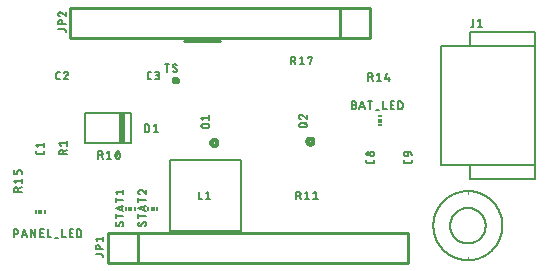
<source format=gto>
G04 EAGLE Gerber RS-274X export*
G75*
%MOMM*%
%FSLAX34Y34*%
%LPD*%
%INSilkscreen Top*%
%IPPOS*%
%AMOC8*
5,1,8,0,0,1.08239X$1,22.5*%
G01*
%ADD10C,0.304800*%
%ADD11C,0.127000*%
%ADD12C,0.152400*%
%ADD13R,0.150000X0.300000*%
%ADD14R,0.300000X0.300000*%
%ADD15R,0.300000X0.150000*%
%ADD16C,0.406400*%
%ADD17C,0.254000*%
%ADD18C,0.050800*%
%ADD19C,0.203200*%


D10*
X176530Y101600D02*
X176532Y101700D01*
X176538Y101801D01*
X176548Y101900D01*
X176562Y102000D01*
X176579Y102099D01*
X176601Y102197D01*
X176627Y102294D01*
X176656Y102390D01*
X176689Y102484D01*
X176726Y102578D01*
X176766Y102670D01*
X176810Y102760D01*
X176858Y102848D01*
X176909Y102935D01*
X176963Y103019D01*
X177021Y103101D01*
X177082Y103181D01*
X177146Y103258D01*
X177213Y103333D01*
X177283Y103405D01*
X177356Y103474D01*
X177431Y103540D01*
X177509Y103604D01*
X177589Y103664D01*
X177672Y103721D01*
X177757Y103774D01*
X177844Y103824D01*
X177933Y103871D01*
X178023Y103914D01*
X178115Y103954D01*
X178209Y103990D01*
X178304Y104022D01*
X178400Y104050D01*
X178498Y104075D01*
X178596Y104095D01*
X178695Y104112D01*
X178795Y104125D01*
X178894Y104134D01*
X178995Y104139D01*
X179095Y104140D01*
X179195Y104137D01*
X179296Y104130D01*
X179395Y104119D01*
X179495Y104104D01*
X179593Y104086D01*
X179691Y104063D01*
X179788Y104036D01*
X179883Y104006D01*
X179978Y103972D01*
X180071Y103934D01*
X180162Y103893D01*
X180252Y103848D01*
X180340Y103800D01*
X180426Y103748D01*
X180510Y103693D01*
X180591Y103634D01*
X180670Y103572D01*
X180747Y103508D01*
X180821Y103440D01*
X180892Y103369D01*
X180961Y103296D01*
X181026Y103220D01*
X181089Y103141D01*
X181148Y103060D01*
X181204Y102977D01*
X181257Y102892D01*
X181306Y102804D01*
X181352Y102715D01*
X181394Y102624D01*
X181433Y102531D01*
X181468Y102437D01*
X181499Y102342D01*
X181527Y102245D01*
X181550Y102148D01*
X181570Y102049D01*
X181586Y101950D01*
X181598Y101851D01*
X181606Y101750D01*
X181610Y101650D01*
X181610Y101550D01*
X181606Y101450D01*
X181598Y101349D01*
X181586Y101250D01*
X181570Y101151D01*
X181550Y101052D01*
X181527Y100955D01*
X181499Y100858D01*
X181468Y100763D01*
X181433Y100669D01*
X181394Y100576D01*
X181352Y100485D01*
X181306Y100396D01*
X181257Y100308D01*
X181204Y100223D01*
X181148Y100140D01*
X181089Y100059D01*
X181026Y99980D01*
X180961Y99904D01*
X180892Y99831D01*
X180821Y99760D01*
X180747Y99692D01*
X180670Y99628D01*
X180591Y99566D01*
X180510Y99507D01*
X180426Y99452D01*
X180340Y99400D01*
X180252Y99352D01*
X180162Y99307D01*
X180071Y99266D01*
X179978Y99228D01*
X179883Y99194D01*
X179788Y99164D01*
X179691Y99137D01*
X179593Y99114D01*
X179495Y99096D01*
X179395Y99081D01*
X179296Y99070D01*
X179195Y99063D01*
X179095Y99060D01*
X178995Y99061D01*
X178894Y99066D01*
X178795Y99075D01*
X178695Y99088D01*
X178596Y99105D01*
X178498Y99125D01*
X178400Y99150D01*
X178304Y99178D01*
X178209Y99210D01*
X178115Y99246D01*
X178023Y99286D01*
X177933Y99329D01*
X177844Y99376D01*
X177757Y99426D01*
X177672Y99479D01*
X177589Y99536D01*
X177509Y99596D01*
X177431Y99660D01*
X177356Y99726D01*
X177283Y99795D01*
X177213Y99867D01*
X177146Y99942D01*
X177082Y100019D01*
X177021Y100099D01*
X176963Y100181D01*
X176909Y100265D01*
X176858Y100352D01*
X176810Y100440D01*
X176766Y100530D01*
X176726Y100622D01*
X176689Y100716D01*
X176656Y100810D01*
X176627Y100906D01*
X176601Y101003D01*
X176579Y101101D01*
X176562Y101200D01*
X176548Y101300D01*
X176538Y101399D01*
X176532Y101500D01*
X176530Y101600D01*
X257810Y102870D02*
X257812Y102970D01*
X257818Y103071D01*
X257828Y103170D01*
X257842Y103270D01*
X257859Y103369D01*
X257881Y103467D01*
X257907Y103564D01*
X257936Y103660D01*
X257969Y103754D01*
X258006Y103848D01*
X258046Y103940D01*
X258090Y104030D01*
X258138Y104118D01*
X258189Y104205D01*
X258243Y104289D01*
X258301Y104371D01*
X258362Y104451D01*
X258426Y104528D01*
X258493Y104603D01*
X258563Y104675D01*
X258636Y104744D01*
X258711Y104810D01*
X258789Y104874D01*
X258869Y104934D01*
X258952Y104991D01*
X259037Y105044D01*
X259124Y105094D01*
X259213Y105141D01*
X259303Y105184D01*
X259395Y105224D01*
X259489Y105260D01*
X259584Y105292D01*
X259680Y105320D01*
X259778Y105345D01*
X259876Y105365D01*
X259975Y105382D01*
X260075Y105395D01*
X260174Y105404D01*
X260275Y105409D01*
X260375Y105410D01*
X260475Y105407D01*
X260576Y105400D01*
X260675Y105389D01*
X260775Y105374D01*
X260873Y105356D01*
X260971Y105333D01*
X261068Y105306D01*
X261163Y105276D01*
X261258Y105242D01*
X261351Y105204D01*
X261442Y105163D01*
X261532Y105118D01*
X261620Y105070D01*
X261706Y105018D01*
X261790Y104963D01*
X261871Y104904D01*
X261950Y104842D01*
X262027Y104778D01*
X262101Y104710D01*
X262172Y104639D01*
X262241Y104566D01*
X262306Y104490D01*
X262369Y104411D01*
X262428Y104330D01*
X262484Y104247D01*
X262537Y104162D01*
X262586Y104074D01*
X262632Y103985D01*
X262674Y103894D01*
X262713Y103801D01*
X262748Y103707D01*
X262779Y103612D01*
X262807Y103515D01*
X262830Y103418D01*
X262850Y103319D01*
X262866Y103220D01*
X262878Y103121D01*
X262886Y103020D01*
X262890Y102920D01*
X262890Y102820D01*
X262886Y102720D01*
X262878Y102619D01*
X262866Y102520D01*
X262850Y102421D01*
X262830Y102322D01*
X262807Y102225D01*
X262779Y102128D01*
X262748Y102033D01*
X262713Y101939D01*
X262674Y101846D01*
X262632Y101755D01*
X262586Y101666D01*
X262537Y101578D01*
X262484Y101493D01*
X262428Y101410D01*
X262369Y101329D01*
X262306Y101250D01*
X262241Y101174D01*
X262172Y101101D01*
X262101Y101030D01*
X262027Y100962D01*
X261950Y100898D01*
X261871Y100836D01*
X261790Y100777D01*
X261706Y100722D01*
X261620Y100670D01*
X261532Y100622D01*
X261442Y100577D01*
X261351Y100536D01*
X261258Y100498D01*
X261163Y100464D01*
X261068Y100434D01*
X260971Y100407D01*
X260873Y100384D01*
X260775Y100366D01*
X260675Y100351D01*
X260576Y100340D01*
X260475Y100333D01*
X260375Y100330D01*
X260275Y100331D01*
X260174Y100336D01*
X260075Y100345D01*
X259975Y100358D01*
X259876Y100375D01*
X259778Y100395D01*
X259680Y100420D01*
X259584Y100448D01*
X259489Y100480D01*
X259395Y100516D01*
X259303Y100556D01*
X259213Y100599D01*
X259124Y100646D01*
X259037Y100696D01*
X258952Y100749D01*
X258869Y100806D01*
X258789Y100866D01*
X258711Y100930D01*
X258636Y100996D01*
X258563Y101065D01*
X258493Y101137D01*
X258426Y101212D01*
X258362Y101289D01*
X258301Y101369D01*
X258243Y101451D01*
X258189Y101535D01*
X258138Y101622D01*
X258090Y101710D01*
X258046Y101800D01*
X258006Y101892D01*
X257969Y101986D01*
X257936Y102080D01*
X257907Y102176D01*
X257881Y102273D01*
X257859Y102371D01*
X257842Y102470D01*
X257828Y102570D01*
X257818Y102669D01*
X257812Y102770D01*
X257810Y102870D01*
D11*
X450850Y183350D02*
X450850Y195850D01*
X450850Y183350D02*
X450850Y83350D01*
X450850Y70850D01*
X450850Y195850D02*
X395850Y195850D01*
X395850Y183350D01*
X395850Y70850D02*
X450850Y70850D01*
X395850Y70850D02*
X395850Y83350D01*
X370850Y83350D01*
X370850Y183350D01*
X395850Y183350D01*
X450850Y183350D01*
X450850Y83350D02*
X395850Y83350D01*
D12*
X398129Y201366D02*
X398129Y206502D01*
X398129Y201366D02*
X398127Y201292D01*
X398121Y201217D01*
X398112Y201144D01*
X398099Y201070D01*
X398082Y200998D01*
X398062Y200927D01*
X398038Y200856D01*
X398010Y200787D01*
X397979Y200719D01*
X397945Y200654D01*
X397907Y200589D01*
X397866Y200527D01*
X397822Y200467D01*
X397775Y200410D01*
X397725Y200355D01*
X397672Y200302D01*
X397617Y200252D01*
X397560Y200205D01*
X397500Y200161D01*
X397438Y200120D01*
X397373Y200082D01*
X397307Y200048D01*
X397240Y200017D01*
X397171Y199989D01*
X397100Y199965D01*
X397029Y199945D01*
X396956Y199928D01*
X396883Y199915D01*
X396809Y199906D01*
X396735Y199900D01*
X396661Y199898D01*
X395927Y199898D01*
X401969Y205034D02*
X403804Y206502D01*
X403804Y199898D01*
X405638Y199898D02*
X401969Y199898D01*
X35052Y95137D02*
X35052Y93670D01*
X35050Y93596D01*
X35044Y93521D01*
X35035Y93448D01*
X35022Y93374D01*
X35005Y93302D01*
X34985Y93231D01*
X34961Y93160D01*
X34933Y93091D01*
X34902Y93024D01*
X34868Y92958D01*
X34830Y92893D01*
X34789Y92831D01*
X34745Y92771D01*
X34698Y92714D01*
X34648Y92659D01*
X34595Y92606D01*
X34540Y92556D01*
X34483Y92509D01*
X34423Y92465D01*
X34361Y92424D01*
X34296Y92386D01*
X34231Y92352D01*
X34163Y92321D01*
X34094Y92293D01*
X34023Y92269D01*
X33952Y92249D01*
X33880Y92232D01*
X33806Y92219D01*
X33733Y92210D01*
X33658Y92204D01*
X33584Y92202D01*
X29916Y92202D01*
X29842Y92204D01*
X29767Y92210D01*
X29694Y92219D01*
X29620Y92232D01*
X29548Y92249D01*
X29477Y92269D01*
X29406Y92293D01*
X29337Y92321D01*
X29270Y92352D01*
X29204Y92386D01*
X29139Y92424D01*
X29077Y92465D01*
X29017Y92509D01*
X28960Y92556D01*
X28905Y92606D01*
X28852Y92659D01*
X28802Y92714D01*
X28755Y92771D01*
X28711Y92831D01*
X28670Y92893D01*
X28632Y92958D01*
X28598Y93023D01*
X28567Y93091D01*
X28539Y93160D01*
X28515Y93231D01*
X28495Y93302D01*
X28478Y93374D01*
X28465Y93448D01*
X28456Y93521D01*
X28450Y93596D01*
X28448Y93670D01*
X28448Y95137D01*
X29916Y98334D02*
X28448Y100168D01*
X35052Y100168D01*
X35052Y98334D02*
X35052Y102002D01*
X46785Y155448D02*
X48253Y155448D01*
X46785Y155448D02*
X46711Y155450D01*
X46636Y155456D01*
X46563Y155465D01*
X46489Y155478D01*
X46417Y155495D01*
X46346Y155515D01*
X46275Y155539D01*
X46206Y155567D01*
X46139Y155598D01*
X46073Y155632D01*
X46008Y155670D01*
X45946Y155711D01*
X45886Y155755D01*
X45829Y155802D01*
X45774Y155852D01*
X45721Y155905D01*
X45671Y155960D01*
X45624Y156017D01*
X45580Y156077D01*
X45539Y156139D01*
X45501Y156204D01*
X45467Y156270D01*
X45436Y156337D01*
X45408Y156406D01*
X45384Y156477D01*
X45364Y156548D01*
X45347Y156620D01*
X45334Y156694D01*
X45325Y156767D01*
X45319Y156842D01*
X45317Y156916D01*
X45318Y156916D02*
X45318Y160584D01*
X45317Y160584D02*
X45319Y160658D01*
X45325Y160733D01*
X45334Y160806D01*
X45347Y160880D01*
X45364Y160952D01*
X45384Y161023D01*
X45408Y161094D01*
X45436Y161163D01*
X45467Y161230D01*
X45501Y161296D01*
X45539Y161361D01*
X45580Y161423D01*
X45624Y161483D01*
X45671Y161540D01*
X45721Y161595D01*
X45774Y161648D01*
X45829Y161698D01*
X45886Y161745D01*
X45946Y161789D01*
X46008Y161830D01*
X46073Y161868D01*
X46138Y161902D01*
X46206Y161933D01*
X46275Y161961D01*
X46346Y161985D01*
X46417Y162005D01*
X46489Y162022D01*
X46563Y162035D01*
X46636Y162044D01*
X46711Y162050D01*
X46785Y162052D01*
X48253Y162052D01*
X53467Y162052D02*
X53546Y162050D01*
X53624Y162045D01*
X53702Y162035D01*
X53779Y162022D01*
X53856Y162005D01*
X53932Y161985D01*
X54007Y161961D01*
X54081Y161934D01*
X54153Y161903D01*
X54224Y161868D01*
X54293Y161831D01*
X54360Y161790D01*
X54425Y161746D01*
X54488Y161699D01*
X54548Y161649D01*
X54606Y161596D01*
X54662Y161540D01*
X54715Y161482D01*
X54765Y161422D01*
X54812Y161359D01*
X54856Y161294D01*
X54897Y161227D01*
X54934Y161158D01*
X54969Y161087D01*
X55000Y161015D01*
X55027Y160941D01*
X55051Y160866D01*
X55071Y160790D01*
X55088Y160713D01*
X55101Y160636D01*
X55111Y160558D01*
X55116Y160480D01*
X55118Y160401D01*
X53467Y162052D02*
X53378Y162050D01*
X53289Y162045D01*
X53201Y162035D01*
X53113Y162022D01*
X53026Y162006D01*
X52939Y161985D01*
X52854Y161961D01*
X52769Y161934D01*
X52686Y161903D01*
X52604Y161868D01*
X52523Y161830D01*
X52444Y161789D01*
X52368Y161745D01*
X52292Y161697D01*
X52219Y161646D01*
X52149Y161593D01*
X52080Y161536D01*
X52014Y161476D01*
X51951Y161414D01*
X51890Y161349D01*
X51832Y161282D01*
X51777Y161212D01*
X51724Y161140D01*
X51675Y161066D01*
X51629Y160990D01*
X51587Y160912D01*
X51547Y160832D01*
X51511Y160751D01*
X51478Y160668D01*
X51449Y160584D01*
X54568Y159117D02*
X54624Y159173D01*
X54678Y159232D01*
X54729Y159293D01*
X54778Y159357D01*
X54823Y159422D01*
X54866Y159490D01*
X54905Y159559D01*
X54942Y159630D01*
X54975Y159703D01*
X55004Y159777D01*
X55031Y159852D01*
X55054Y159928D01*
X55073Y160006D01*
X55089Y160084D01*
X55102Y160162D01*
X55111Y160242D01*
X55116Y160321D01*
X55118Y160401D01*
X54568Y159117D02*
X51449Y155448D01*
X55118Y155448D01*
X124150Y155448D02*
X125617Y155448D01*
X124150Y155448D02*
X124076Y155450D01*
X124001Y155456D01*
X123928Y155465D01*
X123854Y155478D01*
X123782Y155495D01*
X123711Y155515D01*
X123640Y155539D01*
X123571Y155567D01*
X123504Y155598D01*
X123438Y155632D01*
X123373Y155670D01*
X123311Y155711D01*
X123251Y155755D01*
X123194Y155802D01*
X123139Y155852D01*
X123086Y155905D01*
X123036Y155960D01*
X122989Y156017D01*
X122945Y156077D01*
X122904Y156139D01*
X122866Y156204D01*
X122832Y156270D01*
X122801Y156337D01*
X122773Y156406D01*
X122749Y156477D01*
X122729Y156548D01*
X122712Y156620D01*
X122699Y156694D01*
X122690Y156767D01*
X122684Y156842D01*
X122682Y156916D01*
X122682Y160584D01*
X122684Y160658D01*
X122690Y160733D01*
X122699Y160806D01*
X122712Y160880D01*
X122729Y160952D01*
X122749Y161023D01*
X122773Y161094D01*
X122801Y161163D01*
X122832Y161230D01*
X122866Y161296D01*
X122904Y161361D01*
X122945Y161423D01*
X122989Y161483D01*
X123036Y161540D01*
X123086Y161595D01*
X123139Y161648D01*
X123194Y161698D01*
X123251Y161745D01*
X123311Y161789D01*
X123373Y161830D01*
X123438Y161868D01*
X123503Y161902D01*
X123571Y161933D01*
X123640Y161961D01*
X123711Y161985D01*
X123782Y162005D01*
X123854Y162022D01*
X123928Y162035D01*
X124001Y162044D01*
X124076Y162050D01*
X124150Y162052D01*
X125617Y162052D01*
X128814Y155448D02*
X130648Y155448D01*
X130733Y155450D01*
X130817Y155456D01*
X130901Y155466D01*
X130985Y155479D01*
X131068Y155497D01*
X131150Y155518D01*
X131231Y155543D01*
X131311Y155572D01*
X131389Y155604D01*
X131465Y155640D01*
X131540Y155680D01*
X131613Y155723D01*
X131684Y155769D01*
X131753Y155818D01*
X131820Y155871D01*
X131884Y155927D01*
X131945Y155985D01*
X132003Y156046D01*
X132059Y156110D01*
X132112Y156177D01*
X132161Y156246D01*
X132207Y156317D01*
X132250Y156390D01*
X132290Y156465D01*
X132326Y156541D01*
X132358Y156619D01*
X132387Y156699D01*
X132412Y156780D01*
X132433Y156862D01*
X132451Y156945D01*
X132464Y157029D01*
X132474Y157113D01*
X132480Y157197D01*
X132482Y157282D01*
X132480Y157367D01*
X132474Y157451D01*
X132464Y157535D01*
X132451Y157619D01*
X132433Y157702D01*
X132412Y157784D01*
X132387Y157865D01*
X132358Y157945D01*
X132326Y158023D01*
X132290Y158099D01*
X132250Y158174D01*
X132207Y158247D01*
X132161Y158318D01*
X132112Y158387D01*
X132059Y158454D01*
X132003Y158518D01*
X131945Y158579D01*
X131884Y158637D01*
X131820Y158693D01*
X131753Y158746D01*
X131684Y158795D01*
X131613Y158841D01*
X131540Y158884D01*
X131465Y158924D01*
X131389Y158960D01*
X131311Y158992D01*
X131231Y159021D01*
X131150Y159046D01*
X131068Y159067D01*
X130985Y159085D01*
X130901Y159098D01*
X130817Y159108D01*
X130733Y159114D01*
X130648Y159116D01*
X131015Y162052D02*
X128814Y162052D01*
X131015Y162052D02*
X131091Y162050D01*
X131166Y162044D01*
X131241Y162035D01*
X131315Y162021D01*
X131389Y162004D01*
X131461Y161982D01*
X131533Y161958D01*
X131603Y161929D01*
X131671Y161897D01*
X131738Y161862D01*
X131803Y161823D01*
X131866Y161780D01*
X131926Y161735D01*
X131984Y161687D01*
X132040Y161635D01*
X132092Y161581D01*
X132142Y161524D01*
X132189Y161465D01*
X132233Y161404D01*
X132274Y161340D01*
X132311Y161274D01*
X132345Y161206D01*
X132375Y161137D01*
X132402Y161066D01*
X132425Y160994D01*
X132444Y160921D01*
X132459Y160847D01*
X132471Y160772D01*
X132479Y160697D01*
X132483Y160622D01*
X132483Y160546D01*
X132479Y160471D01*
X132471Y160396D01*
X132459Y160321D01*
X132444Y160247D01*
X132425Y160174D01*
X132402Y160102D01*
X132375Y160031D01*
X132345Y159962D01*
X132311Y159894D01*
X132274Y159828D01*
X132233Y159764D01*
X132189Y159703D01*
X132142Y159644D01*
X132092Y159587D01*
X132040Y159533D01*
X131984Y159481D01*
X131926Y159433D01*
X131866Y159388D01*
X131803Y159345D01*
X131738Y159306D01*
X131671Y159271D01*
X131603Y159239D01*
X131533Y159210D01*
X131461Y159186D01*
X131389Y159164D01*
X131315Y159147D01*
X131241Y159133D01*
X131166Y159124D01*
X131091Y159118D01*
X131015Y159116D01*
X131015Y159117D02*
X129547Y159117D01*
X314452Y87517D02*
X314452Y86050D01*
X314450Y85976D01*
X314444Y85901D01*
X314435Y85828D01*
X314422Y85754D01*
X314405Y85682D01*
X314385Y85611D01*
X314361Y85540D01*
X314333Y85471D01*
X314302Y85404D01*
X314268Y85338D01*
X314230Y85273D01*
X314189Y85211D01*
X314145Y85151D01*
X314098Y85094D01*
X314048Y85039D01*
X313995Y84986D01*
X313940Y84936D01*
X313883Y84889D01*
X313823Y84845D01*
X313761Y84804D01*
X313696Y84766D01*
X313631Y84732D01*
X313563Y84701D01*
X313494Y84673D01*
X313423Y84649D01*
X313352Y84629D01*
X313280Y84612D01*
X313206Y84599D01*
X313133Y84590D01*
X313058Y84584D01*
X312984Y84582D01*
X309316Y84582D01*
X309242Y84584D01*
X309167Y84590D01*
X309094Y84599D01*
X309020Y84612D01*
X308948Y84629D01*
X308877Y84649D01*
X308806Y84673D01*
X308737Y84701D01*
X308670Y84732D01*
X308604Y84766D01*
X308539Y84804D01*
X308477Y84845D01*
X308417Y84889D01*
X308360Y84936D01*
X308305Y84986D01*
X308252Y85039D01*
X308202Y85094D01*
X308155Y85151D01*
X308111Y85211D01*
X308070Y85273D01*
X308032Y85338D01*
X307998Y85403D01*
X307967Y85471D01*
X307939Y85540D01*
X307915Y85611D01*
X307895Y85682D01*
X307878Y85754D01*
X307865Y85828D01*
X307856Y85901D01*
X307850Y85976D01*
X307848Y86050D01*
X307848Y87517D01*
X312618Y90714D02*
X312533Y90716D01*
X312449Y90722D01*
X312365Y90732D01*
X312281Y90745D01*
X312198Y90763D01*
X312116Y90784D01*
X312035Y90809D01*
X311955Y90838D01*
X311877Y90870D01*
X311801Y90906D01*
X311726Y90946D01*
X311653Y90989D01*
X311582Y91035D01*
X311513Y91084D01*
X311446Y91137D01*
X311382Y91193D01*
X311321Y91251D01*
X311263Y91312D01*
X311207Y91376D01*
X311154Y91443D01*
X311105Y91512D01*
X311059Y91583D01*
X311016Y91656D01*
X310976Y91731D01*
X310940Y91807D01*
X310908Y91885D01*
X310879Y91965D01*
X310854Y92046D01*
X310833Y92128D01*
X310815Y92211D01*
X310802Y92295D01*
X310792Y92379D01*
X310786Y92463D01*
X310784Y92548D01*
X310786Y92633D01*
X310792Y92717D01*
X310802Y92801D01*
X310815Y92885D01*
X310833Y92968D01*
X310854Y93050D01*
X310879Y93131D01*
X310908Y93211D01*
X310940Y93289D01*
X310976Y93365D01*
X311016Y93440D01*
X311059Y93513D01*
X311105Y93584D01*
X311154Y93653D01*
X311207Y93720D01*
X311263Y93784D01*
X311321Y93845D01*
X311382Y93903D01*
X311446Y93959D01*
X311513Y94012D01*
X311582Y94061D01*
X311653Y94107D01*
X311726Y94150D01*
X311801Y94190D01*
X311877Y94226D01*
X311955Y94258D01*
X312035Y94287D01*
X312116Y94312D01*
X312198Y94333D01*
X312281Y94351D01*
X312365Y94364D01*
X312449Y94374D01*
X312533Y94380D01*
X312618Y94382D01*
X312703Y94380D01*
X312787Y94374D01*
X312871Y94364D01*
X312955Y94351D01*
X313038Y94333D01*
X313120Y94312D01*
X313201Y94287D01*
X313281Y94258D01*
X313359Y94226D01*
X313435Y94190D01*
X313510Y94150D01*
X313583Y94107D01*
X313654Y94061D01*
X313723Y94012D01*
X313790Y93959D01*
X313854Y93903D01*
X313915Y93845D01*
X313973Y93784D01*
X314029Y93720D01*
X314082Y93653D01*
X314131Y93584D01*
X314177Y93513D01*
X314220Y93440D01*
X314260Y93365D01*
X314296Y93289D01*
X314328Y93211D01*
X314357Y93131D01*
X314382Y93050D01*
X314403Y92968D01*
X314421Y92885D01*
X314434Y92801D01*
X314444Y92717D01*
X314450Y92633D01*
X314452Y92548D01*
X314450Y92463D01*
X314444Y92379D01*
X314434Y92295D01*
X314421Y92211D01*
X314403Y92128D01*
X314382Y92046D01*
X314357Y91965D01*
X314328Y91885D01*
X314296Y91807D01*
X314260Y91731D01*
X314220Y91656D01*
X314177Y91583D01*
X314131Y91512D01*
X314082Y91443D01*
X314029Y91376D01*
X313973Y91312D01*
X313915Y91251D01*
X313854Y91193D01*
X313790Y91137D01*
X313723Y91084D01*
X313654Y91035D01*
X313583Y90989D01*
X313510Y90946D01*
X313435Y90906D01*
X313359Y90870D01*
X313281Y90838D01*
X313201Y90809D01*
X313120Y90784D01*
X313038Y90763D01*
X312955Y90745D01*
X312871Y90732D01*
X312787Y90722D01*
X312703Y90716D01*
X312618Y90714D01*
X309316Y91080D02*
X309240Y91082D01*
X309165Y91088D01*
X309090Y91097D01*
X309016Y91111D01*
X308942Y91128D01*
X308870Y91150D01*
X308798Y91174D01*
X308728Y91203D01*
X308660Y91235D01*
X308593Y91270D01*
X308528Y91309D01*
X308465Y91352D01*
X308405Y91397D01*
X308347Y91445D01*
X308291Y91497D01*
X308239Y91551D01*
X308189Y91608D01*
X308142Y91667D01*
X308098Y91728D01*
X308057Y91792D01*
X308020Y91858D01*
X307986Y91926D01*
X307956Y91995D01*
X307929Y92066D01*
X307906Y92138D01*
X307887Y92211D01*
X307872Y92285D01*
X307860Y92360D01*
X307852Y92435D01*
X307848Y92510D01*
X307848Y92586D01*
X307852Y92661D01*
X307860Y92736D01*
X307872Y92811D01*
X307887Y92885D01*
X307906Y92958D01*
X307929Y93030D01*
X307956Y93101D01*
X307986Y93170D01*
X308020Y93238D01*
X308057Y93304D01*
X308098Y93368D01*
X308142Y93429D01*
X308189Y93488D01*
X308239Y93545D01*
X308291Y93599D01*
X308347Y93651D01*
X308405Y93699D01*
X308465Y93744D01*
X308528Y93787D01*
X308593Y93826D01*
X308660Y93861D01*
X308728Y93893D01*
X308798Y93922D01*
X308870Y93946D01*
X308942Y93968D01*
X309016Y93985D01*
X309090Y93999D01*
X309165Y94008D01*
X309240Y94014D01*
X309316Y94016D01*
X309392Y94014D01*
X309467Y94008D01*
X309542Y93999D01*
X309616Y93985D01*
X309690Y93968D01*
X309762Y93946D01*
X309834Y93922D01*
X309904Y93893D01*
X309972Y93861D01*
X310039Y93826D01*
X310104Y93787D01*
X310167Y93744D01*
X310227Y93699D01*
X310285Y93651D01*
X310341Y93599D01*
X310393Y93545D01*
X310443Y93488D01*
X310490Y93429D01*
X310534Y93368D01*
X310575Y93304D01*
X310612Y93238D01*
X310646Y93170D01*
X310676Y93101D01*
X310703Y93030D01*
X310726Y92958D01*
X310745Y92885D01*
X310760Y92811D01*
X310772Y92736D01*
X310780Y92661D01*
X310784Y92586D01*
X310784Y92510D01*
X310780Y92435D01*
X310772Y92360D01*
X310760Y92285D01*
X310745Y92211D01*
X310726Y92138D01*
X310703Y92066D01*
X310676Y91995D01*
X310646Y91926D01*
X310612Y91858D01*
X310575Y91792D01*
X310534Y91728D01*
X310490Y91667D01*
X310443Y91608D01*
X310393Y91551D01*
X310341Y91497D01*
X310285Y91445D01*
X310227Y91397D01*
X310167Y91352D01*
X310104Y91309D01*
X310039Y91270D01*
X309972Y91235D01*
X309904Y91203D01*
X309834Y91174D01*
X309762Y91150D01*
X309690Y91128D01*
X309616Y91111D01*
X309542Y91097D01*
X309467Y91088D01*
X309392Y91082D01*
X309316Y91080D01*
X346202Y87517D02*
X346202Y86050D01*
X346200Y85976D01*
X346194Y85901D01*
X346185Y85828D01*
X346172Y85754D01*
X346155Y85682D01*
X346135Y85611D01*
X346111Y85540D01*
X346083Y85471D01*
X346052Y85404D01*
X346018Y85338D01*
X345980Y85273D01*
X345939Y85211D01*
X345895Y85151D01*
X345848Y85094D01*
X345798Y85039D01*
X345745Y84986D01*
X345690Y84936D01*
X345633Y84889D01*
X345573Y84845D01*
X345511Y84804D01*
X345446Y84766D01*
X345381Y84732D01*
X345313Y84701D01*
X345244Y84673D01*
X345173Y84649D01*
X345102Y84629D01*
X345030Y84612D01*
X344956Y84599D01*
X344883Y84590D01*
X344808Y84584D01*
X344734Y84582D01*
X341066Y84582D01*
X340992Y84584D01*
X340917Y84590D01*
X340844Y84599D01*
X340770Y84612D01*
X340698Y84629D01*
X340627Y84649D01*
X340556Y84673D01*
X340487Y84701D01*
X340420Y84732D01*
X340354Y84766D01*
X340289Y84804D01*
X340227Y84845D01*
X340167Y84889D01*
X340110Y84936D01*
X340055Y84986D01*
X340002Y85039D01*
X339952Y85094D01*
X339905Y85151D01*
X339861Y85211D01*
X339820Y85273D01*
X339782Y85338D01*
X339748Y85403D01*
X339717Y85471D01*
X339689Y85540D01*
X339665Y85611D01*
X339645Y85682D01*
X339628Y85754D01*
X339615Y85828D01*
X339606Y85901D01*
X339600Y85976D01*
X339598Y86050D01*
X339598Y87517D01*
X343267Y92181D02*
X343267Y94382D01*
X343267Y92181D02*
X343265Y92107D01*
X343259Y92032D01*
X343250Y91959D01*
X343237Y91885D01*
X343220Y91813D01*
X343200Y91742D01*
X343176Y91671D01*
X343148Y91602D01*
X343117Y91534D01*
X343083Y91469D01*
X343045Y91404D01*
X343004Y91342D01*
X342960Y91282D01*
X342913Y91225D01*
X342863Y91170D01*
X342810Y91117D01*
X342755Y91067D01*
X342698Y91020D01*
X342638Y90976D01*
X342576Y90935D01*
X342511Y90897D01*
X342445Y90863D01*
X342378Y90832D01*
X342309Y90804D01*
X342238Y90780D01*
X342167Y90760D01*
X342094Y90743D01*
X342021Y90730D01*
X341947Y90721D01*
X341873Y90715D01*
X341799Y90713D01*
X341799Y90714D02*
X341432Y90714D01*
X341347Y90716D01*
X341263Y90722D01*
X341179Y90732D01*
X341095Y90745D01*
X341012Y90763D01*
X340930Y90784D01*
X340849Y90809D01*
X340769Y90838D01*
X340691Y90870D01*
X340615Y90906D01*
X340540Y90946D01*
X340467Y90989D01*
X340396Y91035D01*
X340327Y91084D01*
X340260Y91137D01*
X340196Y91193D01*
X340135Y91251D01*
X340077Y91312D01*
X340021Y91376D01*
X339968Y91443D01*
X339919Y91512D01*
X339873Y91583D01*
X339830Y91656D01*
X339790Y91731D01*
X339754Y91807D01*
X339722Y91885D01*
X339693Y91965D01*
X339668Y92046D01*
X339647Y92128D01*
X339629Y92211D01*
X339616Y92295D01*
X339606Y92379D01*
X339600Y92463D01*
X339598Y92548D01*
X339600Y92633D01*
X339606Y92717D01*
X339616Y92801D01*
X339629Y92885D01*
X339647Y92968D01*
X339668Y93050D01*
X339693Y93131D01*
X339722Y93211D01*
X339754Y93289D01*
X339790Y93365D01*
X339830Y93440D01*
X339873Y93513D01*
X339919Y93584D01*
X339968Y93653D01*
X340021Y93720D01*
X340077Y93784D01*
X340135Y93845D01*
X340196Y93903D01*
X340260Y93959D01*
X340327Y94012D01*
X340396Y94061D01*
X340467Y94107D01*
X340540Y94150D01*
X340615Y94190D01*
X340691Y94226D01*
X340769Y94258D01*
X340849Y94287D01*
X340930Y94312D01*
X341012Y94333D01*
X341095Y94351D01*
X341179Y94364D01*
X341263Y94374D01*
X341347Y94380D01*
X341432Y94382D01*
X343267Y94382D01*
X343374Y94380D01*
X343481Y94374D01*
X343588Y94364D01*
X343694Y94351D01*
X343800Y94333D01*
X343905Y94312D01*
X344009Y94287D01*
X344113Y94258D01*
X344215Y94225D01*
X344315Y94188D01*
X344415Y94148D01*
X344513Y94104D01*
X344609Y94057D01*
X344703Y94006D01*
X344796Y93952D01*
X344886Y93895D01*
X344975Y93834D01*
X345061Y93770D01*
X345144Y93703D01*
X345226Y93633D01*
X345304Y93560D01*
X345380Y93484D01*
X345453Y93406D01*
X345523Y93324D01*
X345590Y93241D01*
X345654Y93155D01*
X345715Y93066D01*
X345772Y92976D01*
X345826Y92883D01*
X345877Y92789D01*
X345925Y92693D01*
X345968Y92595D01*
X346008Y92495D01*
X346045Y92395D01*
X346078Y92293D01*
X346107Y92189D01*
X346132Y92085D01*
X346153Y91980D01*
X346171Y91874D01*
X346184Y91768D01*
X346194Y91661D01*
X346200Y91554D01*
X346202Y91447D01*
D11*
X69400Y101800D02*
X69400Y126800D01*
X69400Y101800D02*
X108400Y101800D01*
X108400Y126800D01*
X69400Y126800D01*
X101600Y127000D02*
X101600Y101600D01*
X100330Y101600D02*
X100330Y127000D01*
X99060Y127000D02*
X99060Y101600D01*
X102870Y101600D02*
X102870Y127000D01*
D12*
X120142Y117602D02*
X120142Y110998D01*
X120142Y117602D02*
X121976Y117602D01*
X122061Y117600D01*
X122145Y117594D01*
X122229Y117584D01*
X122313Y117571D01*
X122396Y117553D01*
X122478Y117532D01*
X122559Y117507D01*
X122639Y117478D01*
X122717Y117446D01*
X122793Y117410D01*
X122868Y117370D01*
X122941Y117327D01*
X123012Y117281D01*
X123081Y117232D01*
X123148Y117179D01*
X123212Y117123D01*
X123273Y117065D01*
X123331Y117004D01*
X123387Y116940D01*
X123440Y116873D01*
X123489Y116804D01*
X123535Y116733D01*
X123578Y116660D01*
X123618Y116585D01*
X123654Y116509D01*
X123686Y116431D01*
X123715Y116351D01*
X123740Y116270D01*
X123761Y116188D01*
X123779Y116105D01*
X123792Y116021D01*
X123802Y115937D01*
X123808Y115853D01*
X123810Y115768D01*
X123811Y115768D02*
X123811Y112832D01*
X123810Y112832D02*
X123808Y112747D01*
X123802Y112663D01*
X123792Y112579D01*
X123779Y112495D01*
X123761Y112412D01*
X123740Y112330D01*
X123715Y112249D01*
X123686Y112169D01*
X123654Y112091D01*
X123618Y112015D01*
X123578Y111940D01*
X123535Y111867D01*
X123489Y111796D01*
X123440Y111727D01*
X123387Y111660D01*
X123331Y111596D01*
X123273Y111535D01*
X123212Y111477D01*
X123148Y111421D01*
X123081Y111368D01*
X123012Y111319D01*
X122941Y111273D01*
X122868Y111230D01*
X122793Y111190D01*
X122717Y111154D01*
X122639Y111122D01*
X122559Y111093D01*
X122478Y111068D01*
X122396Y111047D01*
X122313Y111029D01*
X122229Y111016D01*
X122145Y111006D01*
X122061Y111000D01*
X121976Y110998D01*
X120142Y110998D01*
X127701Y116134D02*
X129535Y117602D01*
X129535Y110998D01*
X127701Y110998D02*
X131370Y110998D01*
D11*
X141450Y87150D02*
X141450Y27150D01*
X201450Y27150D01*
X201450Y87150D01*
X141450Y87150D01*
D12*
X165862Y60452D02*
X165862Y53848D01*
X168797Y53848D01*
X171934Y58984D02*
X173768Y60452D01*
X173768Y53848D01*
X171934Y53848D02*
X175603Y53848D01*
X172918Y114454D02*
X169982Y114454D01*
X169897Y114456D01*
X169813Y114462D01*
X169729Y114472D01*
X169645Y114485D01*
X169562Y114503D01*
X169480Y114524D01*
X169399Y114549D01*
X169319Y114578D01*
X169241Y114610D01*
X169165Y114646D01*
X169090Y114686D01*
X169017Y114729D01*
X168946Y114775D01*
X168877Y114824D01*
X168810Y114877D01*
X168746Y114933D01*
X168685Y114991D01*
X168627Y115052D01*
X168571Y115116D01*
X168518Y115183D01*
X168469Y115252D01*
X168423Y115323D01*
X168380Y115396D01*
X168340Y115471D01*
X168304Y115547D01*
X168272Y115625D01*
X168243Y115705D01*
X168218Y115786D01*
X168197Y115868D01*
X168179Y115951D01*
X168166Y116035D01*
X168156Y116119D01*
X168150Y116203D01*
X168148Y116288D01*
X168150Y116373D01*
X168156Y116457D01*
X168166Y116541D01*
X168179Y116625D01*
X168197Y116708D01*
X168218Y116790D01*
X168243Y116871D01*
X168272Y116951D01*
X168304Y117029D01*
X168340Y117105D01*
X168380Y117180D01*
X168423Y117253D01*
X168469Y117324D01*
X168518Y117393D01*
X168571Y117460D01*
X168627Y117524D01*
X168685Y117585D01*
X168746Y117643D01*
X168810Y117699D01*
X168877Y117752D01*
X168946Y117801D01*
X169017Y117847D01*
X169090Y117890D01*
X169165Y117930D01*
X169241Y117966D01*
X169319Y117998D01*
X169399Y118027D01*
X169480Y118052D01*
X169562Y118073D01*
X169645Y118091D01*
X169729Y118104D01*
X169813Y118114D01*
X169897Y118120D01*
X169982Y118122D01*
X169982Y118123D02*
X172918Y118123D01*
X172918Y118122D02*
X173003Y118120D01*
X173087Y118114D01*
X173171Y118104D01*
X173255Y118091D01*
X173338Y118073D01*
X173420Y118052D01*
X173501Y118027D01*
X173581Y117998D01*
X173659Y117966D01*
X173735Y117930D01*
X173810Y117890D01*
X173883Y117847D01*
X173954Y117801D01*
X174023Y117752D01*
X174090Y117699D01*
X174154Y117643D01*
X174215Y117585D01*
X174273Y117524D01*
X174329Y117460D01*
X174382Y117393D01*
X174431Y117324D01*
X174477Y117253D01*
X174520Y117180D01*
X174560Y117105D01*
X174596Y117029D01*
X174628Y116951D01*
X174657Y116871D01*
X174682Y116790D01*
X174703Y116708D01*
X174721Y116625D01*
X174734Y116541D01*
X174744Y116457D01*
X174750Y116373D01*
X174752Y116288D01*
X174750Y116203D01*
X174744Y116119D01*
X174734Y116035D01*
X174721Y115951D01*
X174703Y115868D01*
X174682Y115786D01*
X174657Y115705D01*
X174628Y115625D01*
X174596Y115547D01*
X174560Y115471D01*
X174520Y115396D01*
X174477Y115323D01*
X174431Y115252D01*
X174382Y115183D01*
X174329Y115116D01*
X174273Y115052D01*
X174215Y114991D01*
X174154Y114933D01*
X174090Y114877D01*
X174023Y114824D01*
X173954Y114775D01*
X173883Y114729D01*
X173810Y114686D01*
X173735Y114646D01*
X173659Y114610D01*
X173581Y114578D01*
X173501Y114549D01*
X173420Y114524D01*
X173338Y114503D01*
X173255Y114485D01*
X173171Y114472D01*
X173087Y114462D01*
X173003Y114456D01*
X172918Y114454D01*
X173284Y117389D02*
X174752Y118857D01*
X169616Y121299D02*
X168148Y123134D01*
X174752Y123134D01*
X174752Y124968D02*
X174752Y121299D01*
X252532Y115062D02*
X255468Y115062D01*
X252532Y115062D02*
X252447Y115064D01*
X252363Y115070D01*
X252279Y115080D01*
X252195Y115093D01*
X252112Y115111D01*
X252030Y115132D01*
X251949Y115157D01*
X251869Y115186D01*
X251791Y115218D01*
X251715Y115254D01*
X251640Y115294D01*
X251567Y115337D01*
X251496Y115383D01*
X251427Y115432D01*
X251360Y115485D01*
X251296Y115541D01*
X251235Y115599D01*
X251177Y115660D01*
X251121Y115724D01*
X251068Y115791D01*
X251019Y115860D01*
X250973Y115931D01*
X250930Y116004D01*
X250890Y116079D01*
X250854Y116155D01*
X250822Y116233D01*
X250793Y116313D01*
X250768Y116394D01*
X250747Y116476D01*
X250729Y116559D01*
X250716Y116643D01*
X250706Y116727D01*
X250700Y116811D01*
X250698Y116896D01*
X250700Y116981D01*
X250706Y117065D01*
X250716Y117149D01*
X250729Y117233D01*
X250747Y117316D01*
X250768Y117398D01*
X250793Y117479D01*
X250822Y117559D01*
X250854Y117637D01*
X250890Y117713D01*
X250930Y117788D01*
X250973Y117861D01*
X251019Y117932D01*
X251068Y118001D01*
X251121Y118068D01*
X251177Y118132D01*
X251235Y118193D01*
X251296Y118251D01*
X251360Y118307D01*
X251427Y118360D01*
X251496Y118409D01*
X251567Y118455D01*
X251640Y118498D01*
X251715Y118538D01*
X251791Y118574D01*
X251869Y118606D01*
X251949Y118635D01*
X252030Y118660D01*
X252112Y118681D01*
X252195Y118699D01*
X252279Y118712D01*
X252363Y118722D01*
X252447Y118728D01*
X252532Y118730D01*
X252532Y118731D02*
X255468Y118731D01*
X255468Y118730D02*
X255553Y118728D01*
X255637Y118722D01*
X255721Y118712D01*
X255805Y118699D01*
X255888Y118681D01*
X255970Y118660D01*
X256051Y118635D01*
X256131Y118606D01*
X256209Y118574D01*
X256285Y118538D01*
X256360Y118498D01*
X256433Y118455D01*
X256504Y118409D01*
X256573Y118360D01*
X256640Y118307D01*
X256704Y118251D01*
X256765Y118193D01*
X256823Y118132D01*
X256879Y118068D01*
X256932Y118001D01*
X256981Y117932D01*
X257027Y117861D01*
X257070Y117788D01*
X257110Y117713D01*
X257146Y117637D01*
X257178Y117559D01*
X257207Y117479D01*
X257232Y117398D01*
X257253Y117316D01*
X257271Y117233D01*
X257284Y117149D01*
X257294Y117065D01*
X257300Y116981D01*
X257302Y116896D01*
X257300Y116811D01*
X257294Y116727D01*
X257284Y116643D01*
X257271Y116559D01*
X257253Y116476D01*
X257232Y116394D01*
X257207Y116313D01*
X257178Y116233D01*
X257146Y116155D01*
X257110Y116079D01*
X257070Y116004D01*
X257027Y115931D01*
X256981Y115860D01*
X256932Y115791D01*
X256879Y115724D01*
X256823Y115660D01*
X256765Y115599D01*
X256704Y115541D01*
X256640Y115485D01*
X256573Y115432D01*
X256504Y115383D01*
X256433Y115337D01*
X256360Y115294D01*
X256285Y115254D01*
X256209Y115218D01*
X256131Y115186D01*
X256051Y115157D01*
X255970Y115132D01*
X255888Y115111D01*
X255805Y115093D01*
X255721Y115080D01*
X255637Y115070D01*
X255553Y115064D01*
X255468Y115062D01*
X255834Y117997D02*
X257302Y119465D01*
X252349Y125576D02*
X252270Y125574D01*
X252192Y125569D01*
X252114Y125559D01*
X252037Y125546D01*
X251960Y125529D01*
X251884Y125509D01*
X251809Y125485D01*
X251735Y125458D01*
X251663Y125427D01*
X251592Y125392D01*
X251524Y125355D01*
X251456Y125314D01*
X251391Y125270D01*
X251328Y125223D01*
X251268Y125173D01*
X251210Y125120D01*
X251154Y125064D01*
X251101Y125006D01*
X251051Y124946D01*
X251004Y124883D01*
X250960Y124818D01*
X250919Y124751D01*
X250882Y124682D01*
X250847Y124611D01*
X250816Y124539D01*
X250789Y124465D01*
X250765Y124390D01*
X250745Y124314D01*
X250728Y124237D01*
X250715Y124160D01*
X250705Y124082D01*
X250700Y124004D01*
X250698Y123925D01*
X250700Y123836D01*
X250705Y123747D01*
X250715Y123659D01*
X250728Y123571D01*
X250744Y123484D01*
X250765Y123397D01*
X250789Y123312D01*
X250816Y123227D01*
X250847Y123144D01*
X250882Y123062D01*
X250920Y122981D01*
X250961Y122902D01*
X251005Y122826D01*
X251053Y122750D01*
X251104Y122677D01*
X251157Y122607D01*
X251214Y122538D01*
X251274Y122472D01*
X251336Y122409D01*
X251401Y122348D01*
X251468Y122290D01*
X251538Y122235D01*
X251610Y122182D01*
X251684Y122133D01*
X251760Y122087D01*
X251838Y122045D01*
X251918Y122005D01*
X251999Y121969D01*
X252082Y121936D01*
X252166Y121907D01*
X253633Y125026D02*
X253577Y125082D01*
X253518Y125136D01*
X253457Y125187D01*
X253393Y125236D01*
X253328Y125281D01*
X253260Y125324D01*
X253191Y125363D01*
X253120Y125400D01*
X253047Y125433D01*
X252973Y125462D01*
X252898Y125489D01*
X252822Y125512D01*
X252744Y125531D01*
X252666Y125547D01*
X252588Y125560D01*
X252508Y125569D01*
X252429Y125574D01*
X252349Y125576D01*
X253633Y125026D02*
X257302Y121907D01*
X257302Y125576D01*
X54102Y92202D02*
X47498Y92202D01*
X47498Y94036D01*
X47500Y94121D01*
X47506Y94205D01*
X47516Y94289D01*
X47529Y94373D01*
X47547Y94456D01*
X47568Y94538D01*
X47593Y94619D01*
X47622Y94699D01*
X47654Y94777D01*
X47690Y94853D01*
X47730Y94928D01*
X47773Y95001D01*
X47819Y95072D01*
X47868Y95141D01*
X47921Y95208D01*
X47977Y95272D01*
X48035Y95333D01*
X48096Y95391D01*
X48160Y95447D01*
X48227Y95500D01*
X48296Y95549D01*
X48367Y95595D01*
X48440Y95638D01*
X48515Y95678D01*
X48591Y95714D01*
X48669Y95746D01*
X48749Y95775D01*
X48830Y95800D01*
X48912Y95821D01*
X48995Y95839D01*
X49079Y95852D01*
X49163Y95862D01*
X49247Y95868D01*
X49332Y95870D01*
X49417Y95868D01*
X49501Y95862D01*
X49585Y95852D01*
X49669Y95839D01*
X49752Y95821D01*
X49834Y95800D01*
X49915Y95775D01*
X49995Y95746D01*
X50073Y95714D01*
X50149Y95678D01*
X50224Y95638D01*
X50297Y95595D01*
X50368Y95549D01*
X50437Y95500D01*
X50504Y95447D01*
X50568Y95391D01*
X50629Y95333D01*
X50687Y95272D01*
X50743Y95208D01*
X50796Y95141D01*
X50845Y95072D01*
X50891Y95001D01*
X50934Y94928D01*
X50974Y94853D01*
X51010Y94777D01*
X51042Y94699D01*
X51071Y94619D01*
X51096Y94538D01*
X51117Y94456D01*
X51135Y94373D01*
X51148Y94289D01*
X51158Y94205D01*
X51164Y94121D01*
X51166Y94036D01*
X51167Y94036D02*
X51167Y92202D01*
X51167Y94403D02*
X54102Y95871D01*
X48966Y99438D02*
X47498Y101273D01*
X54102Y101273D01*
X54102Y103107D02*
X54102Y99438D01*
X80772Y94742D02*
X80772Y88138D01*
X80772Y94742D02*
X82606Y94742D01*
X82691Y94740D01*
X82775Y94734D01*
X82859Y94724D01*
X82943Y94711D01*
X83026Y94693D01*
X83108Y94672D01*
X83189Y94647D01*
X83269Y94618D01*
X83347Y94586D01*
X83423Y94550D01*
X83498Y94510D01*
X83571Y94467D01*
X83642Y94421D01*
X83711Y94372D01*
X83778Y94319D01*
X83842Y94263D01*
X83903Y94205D01*
X83961Y94144D01*
X84017Y94080D01*
X84070Y94013D01*
X84119Y93944D01*
X84165Y93873D01*
X84208Y93800D01*
X84248Y93725D01*
X84284Y93649D01*
X84316Y93571D01*
X84345Y93491D01*
X84370Y93410D01*
X84391Y93328D01*
X84409Y93245D01*
X84422Y93161D01*
X84432Y93077D01*
X84438Y92993D01*
X84440Y92908D01*
X84438Y92823D01*
X84432Y92739D01*
X84422Y92655D01*
X84409Y92571D01*
X84391Y92488D01*
X84370Y92406D01*
X84345Y92325D01*
X84316Y92245D01*
X84284Y92167D01*
X84248Y92091D01*
X84208Y92016D01*
X84165Y91943D01*
X84119Y91872D01*
X84070Y91803D01*
X84017Y91736D01*
X83961Y91672D01*
X83903Y91611D01*
X83842Y91553D01*
X83778Y91497D01*
X83711Y91444D01*
X83642Y91395D01*
X83571Y91349D01*
X83498Y91306D01*
X83423Y91266D01*
X83347Y91230D01*
X83269Y91198D01*
X83189Y91169D01*
X83108Y91144D01*
X83026Y91123D01*
X82943Y91105D01*
X82859Y91092D01*
X82775Y91082D01*
X82691Y91076D01*
X82606Y91074D01*
X82606Y91073D02*
X80772Y91073D01*
X82973Y91073D02*
X84441Y88138D01*
X88008Y93274D02*
X89843Y94742D01*
X89843Y88138D01*
X91677Y88138D02*
X88008Y88138D01*
X95324Y91440D02*
X95326Y91585D01*
X95332Y91730D01*
X95341Y91875D01*
X95355Y92020D01*
X95372Y92164D01*
X95394Y92307D01*
X95419Y92451D01*
X95448Y92593D01*
X95480Y92734D01*
X95517Y92875D01*
X95557Y93014D01*
X95601Y93153D01*
X95648Y93290D01*
X95699Y93426D01*
X95754Y93560D01*
X95812Y93693D01*
X95874Y93825D01*
X95873Y93825D02*
X95899Y93894D01*
X95928Y93961D01*
X95961Y94027D01*
X95997Y94090D01*
X96037Y94152D01*
X96080Y94211D01*
X96126Y94268D01*
X96175Y94322D01*
X96227Y94374D01*
X96282Y94423D01*
X96339Y94468D01*
X96399Y94511D01*
X96461Y94550D01*
X96524Y94586D01*
X96590Y94619D01*
X96657Y94647D01*
X96726Y94673D01*
X96796Y94694D01*
X96867Y94712D01*
X96939Y94725D01*
X97012Y94735D01*
X97085Y94741D01*
X97158Y94743D01*
X97158Y94742D02*
X97231Y94740D01*
X97304Y94734D01*
X97377Y94724D01*
X97449Y94711D01*
X97520Y94693D01*
X97590Y94672D01*
X97658Y94646D01*
X97726Y94618D01*
X97791Y94585D01*
X97855Y94549D01*
X97917Y94510D01*
X97976Y94468D01*
X98033Y94422D01*
X98088Y94373D01*
X98140Y94322D01*
X98189Y94267D01*
X98235Y94210D01*
X98278Y94151D01*
X98318Y94090D01*
X98354Y94026D01*
X98387Y93961D01*
X98416Y93894D01*
X98442Y93825D01*
X98504Y93693D01*
X98562Y93560D01*
X98617Y93426D01*
X98668Y93290D01*
X98715Y93153D01*
X98759Y93014D01*
X98799Y92875D01*
X98836Y92734D01*
X98868Y92593D01*
X98897Y92451D01*
X98922Y92308D01*
X98944Y92164D01*
X98961Y92020D01*
X98975Y91875D01*
X98984Y91730D01*
X98990Y91585D01*
X98992Y91440D01*
X95324Y91440D02*
X95326Y91295D01*
X95332Y91150D01*
X95341Y91005D01*
X95355Y90860D01*
X95372Y90716D01*
X95394Y90573D01*
X95419Y90430D01*
X95447Y90287D01*
X95480Y90146D01*
X95517Y90005D01*
X95557Y89866D01*
X95601Y89727D01*
X95648Y89590D01*
X95699Y89454D01*
X95754Y89320D01*
X95812Y89187D01*
X95874Y89055D01*
X95873Y89056D02*
X95899Y88987D01*
X95928Y88920D01*
X95961Y88854D01*
X95997Y88791D01*
X96037Y88729D01*
X96080Y88670D01*
X96126Y88613D01*
X96175Y88559D01*
X96227Y88507D01*
X96282Y88458D01*
X96339Y88413D01*
X96399Y88370D01*
X96461Y88331D01*
X96524Y88295D01*
X96590Y88262D01*
X96657Y88234D01*
X96726Y88208D01*
X96796Y88187D01*
X96867Y88169D01*
X96939Y88156D01*
X97012Y88146D01*
X97085Y88140D01*
X97158Y88138D01*
X98442Y89055D02*
X98504Y89187D01*
X98562Y89320D01*
X98617Y89454D01*
X98668Y89590D01*
X98715Y89727D01*
X98759Y89866D01*
X98799Y90005D01*
X98836Y90146D01*
X98868Y90287D01*
X98897Y90429D01*
X98922Y90572D01*
X98944Y90716D01*
X98961Y90860D01*
X98975Y91005D01*
X98984Y91150D01*
X98990Y91295D01*
X98992Y91440D01*
X98442Y89055D02*
X98416Y88986D01*
X98387Y88919D01*
X98354Y88854D01*
X98318Y88790D01*
X98278Y88729D01*
X98235Y88670D01*
X98189Y88613D01*
X98140Y88558D01*
X98088Y88507D01*
X98033Y88458D01*
X97976Y88412D01*
X97917Y88370D01*
X97855Y88331D01*
X97791Y88295D01*
X97726Y88262D01*
X97658Y88234D01*
X97590Y88208D01*
X97520Y88187D01*
X97448Y88169D01*
X97377Y88156D01*
X97304Y88146D01*
X97231Y88140D01*
X97158Y88138D01*
X95690Y89606D02*
X98626Y93274D01*
X243908Y168148D02*
X243908Y174752D01*
X245742Y174752D01*
X245827Y174750D01*
X245911Y174744D01*
X245995Y174734D01*
X246079Y174721D01*
X246162Y174703D01*
X246244Y174682D01*
X246325Y174657D01*
X246405Y174628D01*
X246483Y174596D01*
X246559Y174560D01*
X246634Y174520D01*
X246707Y174477D01*
X246778Y174431D01*
X246847Y174382D01*
X246914Y174329D01*
X246978Y174273D01*
X247039Y174215D01*
X247097Y174154D01*
X247153Y174090D01*
X247206Y174023D01*
X247255Y173954D01*
X247301Y173883D01*
X247344Y173810D01*
X247384Y173735D01*
X247420Y173659D01*
X247452Y173581D01*
X247481Y173501D01*
X247506Y173420D01*
X247527Y173338D01*
X247545Y173255D01*
X247558Y173171D01*
X247568Y173087D01*
X247574Y173003D01*
X247576Y172918D01*
X247574Y172833D01*
X247568Y172749D01*
X247558Y172665D01*
X247545Y172581D01*
X247527Y172498D01*
X247506Y172416D01*
X247481Y172335D01*
X247452Y172255D01*
X247420Y172177D01*
X247384Y172101D01*
X247344Y172026D01*
X247301Y171953D01*
X247255Y171882D01*
X247206Y171813D01*
X247153Y171746D01*
X247097Y171682D01*
X247039Y171621D01*
X246978Y171563D01*
X246914Y171507D01*
X246847Y171454D01*
X246778Y171405D01*
X246707Y171359D01*
X246634Y171316D01*
X246559Y171276D01*
X246483Y171240D01*
X246405Y171208D01*
X246325Y171179D01*
X246244Y171154D01*
X246162Y171133D01*
X246079Y171115D01*
X245995Y171102D01*
X245911Y171092D01*
X245827Y171086D01*
X245742Y171084D01*
X245742Y171083D02*
X243908Y171083D01*
X246109Y171083D02*
X247576Y168148D01*
X251144Y173284D02*
X252978Y174752D01*
X252978Y168148D01*
X251144Y168148D02*
X254813Y168148D01*
X258459Y174018D02*
X258459Y174752D01*
X262128Y174752D01*
X260294Y168148D01*
X248412Y60452D02*
X248412Y53848D01*
X248412Y60452D02*
X250246Y60452D01*
X250331Y60450D01*
X250415Y60444D01*
X250499Y60434D01*
X250583Y60421D01*
X250666Y60403D01*
X250748Y60382D01*
X250829Y60357D01*
X250909Y60328D01*
X250987Y60296D01*
X251063Y60260D01*
X251138Y60220D01*
X251211Y60177D01*
X251282Y60131D01*
X251351Y60082D01*
X251418Y60029D01*
X251482Y59973D01*
X251543Y59915D01*
X251601Y59854D01*
X251657Y59790D01*
X251710Y59723D01*
X251759Y59654D01*
X251805Y59583D01*
X251848Y59510D01*
X251888Y59435D01*
X251924Y59359D01*
X251956Y59281D01*
X251985Y59201D01*
X252010Y59120D01*
X252031Y59038D01*
X252049Y58955D01*
X252062Y58871D01*
X252072Y58787D01*
X252078Y58703D01*
X252080Y58618D01*
X252078Y58533D01*
X252072Y58449D01*
X252062Y58365D01*
X252049Y58281D01*
X252031Y58198D01*
X252010Y58116D01*
X251985Y58035D01*
X251956Y57955D01*
X251924Y57877D01*
X251888Y57801D01*
X251848Y57726D01*
X251805Y57653D01*
X251759Y57582D01*
X251710Y57513D01*
X251657Y57446D01*
X251601Y57382D01*
X251543Y57321D01*
X251482Y57263D01*
X251418Y57207D01*
X251351Y57154D01*
X251282Y57105D01*
X251211Y57059D01*
X251138Y57016D01*
X251063Y56976D01*
X250987Y56940D01*
X250909Y56908D01*
X250829Y56879D01*
X250748Y56854D01*
X250666Y56833D01*
X250583Y56815D01*
X250499Y56802D01*
X250415Y56792D01*
X250331Y56786D01*
X250246Y56784D01*
X250246Y56783D02*
X248412Y56783D01*
X250613Y56783D02*
X252081Y53848D01*
X255648Y58984D02*
X257483Y60452D01*
X257483Y53848D01*
X259317Y53848D02*
X255648Y53848D01*
X262964Y58984D02*
X264798Y60452D01*
X264798Y53848D01*
X262964Y53848D02*
X266632Y53848D01*
D13*
X104200Y45950D03*
X111700Y45950D03*
D14*
X107950Y45950D03*
D12*
X100640Y34911D02*
X100714Y34909D01*
X100789Y34903D01*
X100862Y34894D01*
X100936Y34881D01*
X101008Y34864D01*
X101079Y34844D01*
X101150Y34820D01*
X101219Y34792D01*
X101287Y34761D01*
X101352Y34727D01*
X101417Y34689D01*
X101479Y34648D01*
X101539Y34604D01*
X101596Y34557D01*
X101651Y34507D01*
X101704Y34454D01*
X101754Y34399D01*
X101801Y34342D01*
X101845Y34282D01*
X101886Y34220D01*
X101924Y34155D01*
X101958Y34089D01*
X101989Y34022D01*
X102017Y33953D01*
X102041Y33882D01*
X102061Y33811D01*
X102078Y33738D01*
X102091Y33665D01*
X102100Y33591D01*
X102106Y33517D01*
X102108Y33443D01*
X102106Y33332D01*
X102100Y33221D01*
X102090Y33110D01*
X102076Y32999D01*
X102058Y32890D01*
X102036Y32781D01*
X102011Y32672D01*
X101981Y32565D01*
X101948Y32459D01*
X101910Y32354D01*
X101870Y32251D01*
X101825Y32149D01*
X101777Y32049D01*
X101725Y31950D01*
X101670Y31854D01*
X101611Y31759D01*
X101549Y31667D01*
X101483Y31577D01*
X101415Y31489D01*
X101343Y31404D01*
X101268Y31322D01*
X101191Y31242D01*
X96972Y31425D02*
X96898Y31427D01*
X96823Y31433D01*
X96750Y31442D01*
X96676Y31455D01*
X96604Y31472D01*
X96533Y31492D01*
X96462Y31516D01*
X96393Y31544D01*
X96326Y31575D01*
X96260Y31609D01*
X96195Y31647D01*
X96133Y31688D01*
X96073Y31732D01*
X96016Y31779D01*
X95961Y31829D01*
X95908Y31882D01*
X95858Y31937D01*
X95811Y31994D01*
X95767Y32054D01*
X95726Y32116D01*
X95688Y32181D01*
X95654Y32247D01*
X95623Y32314D01*
X95595Y32383D01*
X95571Y32454D01*
X95551Y32525D01*
X95534Y32597D01*
X95521Y32671D01*
X95512Y32744D01*
X95506Y32819D01*
X95504Y32893D01*
X95506Y32997D01*
X95512Y33101D01*
X95522Y33205D01*
X95535Y33308D01*
X95553Y33411D01*
X95575Y33513D01*
X95600Y33614D01*
X95629Y33714D01*
X95662Y33813D01*
X95699Y33910D01*
X95739Y34006D01*
X95783Y34101D01*
X95831Y34193D01*
X95881Y34284D01*
X95936Y34373D01*
X95994Y34460D01*
X96054Y34544D01*
X98257Y32159D02*
X98218Y32096D01*
X98176Y32036D01*
X98131Y31978D01*
X98083Y31921D01*
X98032Y31868D01*
X97979Y31817D01*
X97924Y31768D01*
X97866Y31723D01*
X97806Y31680D01*
X97744Y31640D01*
X97680Y31604D01*
X97614Y31570D01*
X97546Y31540D01*
X97478Y31513D01*
X97408Y31490D01*
X97337Y31470D01*
X97265Y31454D01*
X97192Y31441D01*
X97119Y31432D01*
X97046Y31427D01*
X96972Y31425D01*
X99355Y34177D02*
X99394Y34240D01*
X99436Y34300D01*
X99481Y34359D01*
X99529Y34415D01*
X99580Y34468D01*
X99633Y34519D01*
X99688Y34568D01*
X99746Y34613D01*
X99806Y34656D01*
X99868Y34696D01*
X99932Y34732D01*
X99998Y34766D01*
X100066Y34796D01*
X100134Y34823D01*
X100204Y34846D01*
X100275Y34866D01*
X100347Y34882D01*
X100420Y34895D01*
X100493Y34904D01*
X100566Y34909D01*
X100640Y34911D01*
X99356Y34177D02*
X98256Y32159D01*
X95504Y39660D02*
X102108Y39660D01*
X95504Y37826D02*
X95504Y41495D01*
X95504Y46488D02*
X102108Y44286D01*
X102108Y48689D02*
X95504Y46488D01*
X100457Y48139D02*
X100457Y44837D01*
X102108Y53315D02*
X95504Y53315D01*
X95504Y51481D02*
X95504Y55150D01*
X96972Y58308D02*
X95504Y60143D01*
X102108Y60143D01*
X102108Y61977D02*
X102108Y58308D01*
D13*
X123250Y45950D03*
X130750Y45950D03*
D14*
X127000Y45950D03*
D12*
X119690Y34911D02*
X119764Y34909D01*
X119839Y34903D01*
X119912Y34894D01*
X119986Y34881D01*
X120058Y34864D01*
X120129Y34844D01*
X120200Y34820D01*
X120269Y34792D01*
X120337Y34761D01*
X120402Y34727D01*
X120467Y34689D01*
X120529Y34648D01*
X120589Y34604D01*
X120646Y34557D01*
X120701Y34507D01*
X120754Y34454D01*
X120804Y34399D01*
X120851Y34342D01*
X120895Y34282D01*
X120936Y34220D01*
X120974Y34155D01*
X121008Y34089D01*
X121039Y34022D01*
X121067Y33953D01*
X121091Y33882D01*
X121111Y33811D01*
X121128Y33738D01*
X121141Y33665D01*
X121150Y33591D01*
X121156Y33517D01*
X121158Y33443D01*
X121156Y33332D01*
X121150Y33221D01*
X121140Y33110D01*
X121126Y32999D01*
X121108Y32890D01*
X121086Y32781D01*
X121061Y32672D01*
X121031Y32565D01*
X120998Y32459D01*
X120960Y32354D01*
X120920Y32251D01*
X120875Y32149D01*
X120827Y32049D01*
X120775Y31950D01*
X120720Y31854D01*
X120661Y31759D01*
X120599Y31667D01*
X120533Y31577D01*
X120465Y31489D01*
X120393Y31404D01*
X120318Y31322D01*
X120241Y31242D01*
X116022Y31425D02*
X115948Y31427D01*
X115873Y31433D01*
X115800Y31442D01*
X115726Y31455D01*
X115654Y31472D01*
X115583Y31492D01*
X115512Y31516D01*
X115443Y31544D01*
X115376Y31575D01*
X115310Y31609D01*
X115245Y31647D01*
X115183Y31688D01*
X115123Y31732D01*
X115066Y31779D01*
X115011Y31829D01*
X114958Y31882D01*
X114908Y31937D01*
X114861Y31994D01*
X114817Y32054D01*
X114776Y32116D01*
X114738Y32181D01*
X114704Y32247D01*
X114673Y32314D01*
X114645Y32383D01*
X114621Y32454D01*
X114601Y32525D01*
X114584Y32597D01*
X114571Y32671D01*
X114562Y32744D01*
X114556Y32819D01*
X114554Y32893D01*
X114556Y32997D01*
X114562Y33101D01*
X114572Y33205D01*
X114585Y33308D01*
X114603Y33411D01*
X114625Y33513D01*
X114650Y33614D01*
X114679Y33714D01*
X114712Y33813D01*
X114749Y33910D01*
X114789Y34006D01*
X114833Y34101D01*
X114881Y34193D01*
X114931Y34284D01*
X114986Y34373D01*
X115044Y34460D01*
X115104Y34544D01*
X117307Y32159D02*
X117268Y32096D01*
X117226Y32036D01*
X117181Y31978D01*
X117133Y31921D01*
X117082Y31868D01*
X117029Y31817D01*
X116974Y31768D01*
X116916Y31723D01*
X116856Y31680D01*
X116794Y31640D01*
X116730Y31604D01*
X116664Y31570D01*
X116596Y31540D01*
X116528Y31513D01*
X116458Y31490D01*
X116387Y31470D01*
X116315Y31454D01*
X116242Y31441D01*
X116169Y31432D01*
X116096Y31427D01*
X116022Y31425D01*
X118405Y34177D02*
X118444Y34240D01*
X118486Y34300D01*
X118531Y34359D01*
X118579Y34415D01*
X118630Y34468D01*
X118683Y34519D01*
X118738Y34568D01*
X118796Y34613D01*
X118856Y34656D01*
X118918Y34696D01*
X118982Y34732D01*
X119048Y34766D01*
X119116Y34796D01*
X119184Y34823D01*
X119254Y34846D01*
X119325Y34866D01*
X119397Y34882D01*
X119470Y34895D01*
X119543Y34904D01*
X119616Y34909D01*
X119690Y34911D01*
X118406Y34177D02*
X117306Y32159D01*
X114554Y39660D02*
X121158Y39660D01*
X114554Y37826D02*
X114554Y41495D01*
X114554Y46488D02*
X121158Y44286D01*
X121158Y48689D02*
X114554Y46488D01*
X119507Y48139D02*
X119507Y44837D01*
X121158Y53315D02*
X114554Y53315D01*
X114554Y51481D02*
X114554Y55150D01*
X114554Y60326D02*
X114556Y60405D01*
X114561Y60483D01*
X114571Y60561D01*
X114584Y60638D01*
X114601Y60715D01*
X114621Y60791D01*
X114645Y60866D01*
X114672Y60940D01*
X114703Y61012D01*
X114738Y61083D01*
X114775Y61152D01*
X114816Y61219D01*
X114860Y61284D01*
X114907Y61347D01*
X114957Y61407D01*
X115010Y61465D01*
X115066Y61521D01*
X115124Y61574D01*
X115184Y61624D01*
X115247Y61671D01*
X115312Y61715D01*
X115380Y61756D01*
X115448Y61793D01*
X115519Y61828D01*
X115591Y61859D01*
X115665Y61886D01*
X115740Y61910D01*
X115816Y61930D01*
X115893Y61947D01*
X115970Y61960D01*
X116048Y61970D01*
X116126Y61975D01*
X116205Y61977D01*
X114554Y60326D02*
X114556Y60237D01*
X114561Y60148D01*
X114571Y60060D01*
X114584Y59972D01*
X114600Y59885D01*
X114621Y59798D01*
X114645Y59713D01*
X114672Y59628D01*
X114703Y59545D01*
X114738Y59463D01*
X114776Y59382D01*
X114817Y59303D01*
X114861Y59227D01*
X114909Y59151D01*
X114960Y59078D01*
X115013Y59008D01*
X115070Y58939D01*
X115130Y58873D01*
X115192Y58810D01*
X115257Y58749D01*
X115324Y58691D01*
X115394Y58636D01*
X115466Y58583D01*
X115540Y58534D01*
X115616Y58488D01*
X115694Y58446D01*
X115774Y58406D01*
X115855Y58370D01*
X115938Y58337D01*
X116022Y58308D01*
X117489Y61427D02*
X117433Y61483D01*
X117374Y61537D01*
X117313Y61588D01*
X117249Y61637D01*
X117184Y61682D01*
X117116Y61725D01*
X117047Y61764D01*
X116976Y61801D01*
X116903Y61834D01*
X116829Y61863D01*
X116754Y61890D01*
X116678Y61913D01*
X116600Y61932D01*
X116522Y61948D01*
X116444Y61961D01*
X116364Y61970D01*
X116285Y61975D01*
X116205Y61977D01*
X117489Y61427D02*
X121158Y58308D01*
X121158Y61977D01*
D15*
X319000Y124400D03*
X319000Y116900D03*
D14*
X319000Y120650D03*
D12*
X297236Y133971D02*
X295402Y133971D01*
X297236Y133970D02*
X297321Y133968D01*
X297405Y133962D01*
X297489Y133952D01*
X297573Y133939D01*
X297656Y133921D01*
X297738Y133900D01*
X297819Y133875D01*
X297899Y133846D01*
X297977Y133814D01*
X298053Y133778D01*
X298128Y133738D01*
X298201Y133695D01*
X298272Y133649D01*
X298341Y133600D01*
X298408Y133547D01*
X298472Y133491D01*
X298533Y133433D01*
X298591Y133372D01*
X298647Y133308D01*
X298700Y133241D01*
X298749Y133172D01*
X298795Y133101D01*
X298838Y133028D01*
X298878Y132953D01*
X298914Y132877D01*
X298946Y132799D01*
X298975Y132719D01*
X299000Y132638D01*
X299021Y132556D01*
X299039Y132473D01*
X299052Y132389D01*
X299062Y132305D01*
X299068Y132221D01*
X299070Y132136D01*
X299068Y132051D01*
X299062Y131967D01*
X299052Y131883D01*
X299039Y131799D01*
X299021Y131716D01*
X299000Y131634D01*
X298975Y131553D01*
X298946Y131473D01*
X298914Y131395D01*
X298878Y131319D01*
X298838Y131244D01*
X298795Y131171D01*
X298749Y131100D01*
X298700Y131031D01*
X298647Y130964D01*
X298591Y130900D01*
X298533Y130839D01*
X298472Y130781D01*
X298408Y130725D01*
X298341Y130672D01*
X298272Y130623D01*
X298201Y130577D01*
X298128Y130534D01*
X298053Y130494D01*
X297977Y130458D01*
X297899Y130426D01*
X297819Y130397D01*
X297738Y130372D01*
X297656Y130351D01*
X297573Y130333D01*
X297489Y130320D01*
X297405Y130310D01*
X297321Y130304D01*
X297236Y130302D01*
X295402Y130302D01*
X295402Y136906D01*
X297236Y136906D01*
X297312Y136904D01*
X297387Y136898D01*
X297462Y136889D01*
X297536Y136875D01*
X297610Y136858D01*
X297682Y136836D01*
X297754Y136812D01*
X297824Y136783D01*
X297892Y136751D01*
X297959Y136716D01*
X298024Y136677D01*
X298087Y136634D01*
X298147Y136589D01*
X298205Y136541D01*
X298261Y136489D01*
X298313Y136435D01*
X298363Y136378D01*
X298410Y136319D01*
X298454Y136258D01*
X298495Y136194D01*
X298532Y136128D01*
X298566Y136060D01*
X298596Y135991D01*
X298623Y135920D01*
X298646Y135848D01*
X298665Y135775D01*
X298680Y135701D01*
X298692Y135626D01*
X298700Y135551D01*
X298704Y135476D01*
X298704Y135400D01*
X298700Y135325D01*
X298692Y135250D01*
X298680Y135175D01*
X298665Y135101D01*
X298646Y135028D01*
X298623Y134956D01*
X298596Y134885D01*
X298566Y134816D01*
X298532Y134748D01*
X298495Y134682D01*
X298454Y134618D01*
X298410Y134557D01*
X298363Y134498D01*
X298313Y134441D01*
X298261Y134387D01*
X298205Y134335D01*
X298147Y134287D01*
X298087Y134242D01*
X298024Y134199D01*
X297959Y134160D01*
X297892Y134125D01*
X297824Y134093D01*
X297754Y134064D01*
X297682Y134040D01*
X297610Y134018D01*
X297536Y134001D01*
X297462Y133987D01*
X297387Y133978D01*
X297312Y133972D01*
X297236Y133970D01*
X301925Y130302D02*
X304127Y136906D01*
X306328Y130302D01*
X305778Y131953D02*
X302476Y131953D01*
X310954Y130302D02*
X310954Y136906D01*
X309120Y136906D02*
X312789Y136906D01*
X315583Y129568D02*
X318518Y129568D01*
X322067Y130302D02*
X322067Y136906D01*
X322067Y130302D02*
X325002Y130302D01*
X328407Y130302D02*
X331342Y130302D01*
X328407Y130302D02*
X328407Y136906D01*
X331342Y136906D01*
X330608Y133971D02*
X328407Y133971D01*
X334723Y136906D02*
X334723Y130302D01*
X334723Y136906D02*
X336557Y136906D01*
X336642Y136904D01*
X336726Y136898D01*
X336810Y136888D01*
X336894Y136875D01*
X336977Y136857D01*
X337059Y136836D01*
X337140Y136811D01*
X337220Y136782D01*
X337298Y136750D01*
X337374Y136714D01*
X337449Y136674D01*
X337522Y136631D01*
X337593Y136585D01*
X337662Y136536D01*
X337729Y136483D01*
X337793Y136427D01*
X337854Y136369D01*
X337912Y136308D01*
X337968Y136244D01*
X338021Y136177D01*
X338070Y136108D01*
X338116Y136037D01*
X338159Y135964D01*
X338199Y135889D01*
X338235Y135813D01*
X338267Y135735D01*
X338296Y135655D01*
X338321Y135574D01*
X338342Y135492D01*
X338360Y135409D01*
X338373Y135325D01*
X338383Y135241D01*
X338389Y135157D01*
X338391Y135072D01*
X338392Y135072D02*
X338392Y132136D01*
X338391Y132136D02*
X338389Y132051D01*
X338383Y131967D01*
X338373Y131883D01*
X338360Y131799D01*
X338342Y131716D01*
X338321Y131634D01*
X338296Y131553D01*
X338267Y131473D01*
X338235Y131395D01*
X338199Y131319D01*
X338159Y131244D01*
X338116Y131171D01*
X338070Y131100D01*
X338021Y131031D01*
X337968Y130964D01*
X337912Y130900D01*
X337854Y130839D01*
X337793Y130781D01*
X337729Y130725D01*
X337662Y130672D01*
X337593Y130623D01*
X337522Y130577D01*
X337449Y130534D01*
X337374Y130494D01*
X337298Y130458D01*
X337220Y130426D01*
X337140Y130397D01*
X337059Y130372D01*
X336977Y130351D01*
X336894Y130333D01*
X336810Y130320D01*
X336726Y130310D01*
X336642Y130304D01*
X336557Y130302D01*
X334723Y130302D01*
D13*
X35500Y42950D03*
X28000Y42950D03*
D14*
X31750Y42950D03*
D12*
X9416Y28448D02*
X9416Y21844D01*
X9416Y28448D02*
X11250Y28448D01*
X11335Y28446D01*
X11419Y28440D01*
X11503Y28430D01*
X11587Y28417D01*
X11670Y28399D01*
X11752Y28378D01*
X11833Y28353D01*
X11913Y28324D01*
X11991Y28292D01*
X12067Y28256D01*
X12142Y28216D01*
X12215Y28173D01*
X12286Y28127D01*
X12355Y28078D01*
X12422Y28025D01*
X12486Y27969D01*
X12547Y27911D01*
X12605Y27850D01*
X12661Y27786D01*
X12714Y27719D01*
X12763Y27650D01*
X12809Y27579D01*
X12852Y27506D01*
X12892Y27431D01*
X12928Y27355D01*
X12960Y27277D01*
X12989Y27197D01*
X13014Y27116D01*
X13035Y27034D01*
X13053Y26951D01*
X13066Y26867D01*
X13076Y26783D01*
X13082Y26699D01*
X13084Y26614D01*
X13082Y26529D01*
X13076Y26445D01*
X13066Y26361D01*
X13053Y26277D01*
X13035Y26194D01*
X13014Y26112D01*
X12989Y26031D01*
X12960Y25951D01*
X12928Y25873D01*
X12892Y25797D01*
X12852Y25722D01*
X12809Y25649D01*
X12763Y25578D01*
X12714Y25509D01*
X12661Y25442D01*
X12605Y25378D01*
X12547Y25317D01*
X12486Y25259D01*
X12422Y25203D01*
X12355Y25150D01*
X12286Y25101D01*
X12215Y25055D01*
X12142Y25012D01*
X12067Y24972D01*
X11991Y24936D01*
X11913Y24904D01*
X11833Y24875D01*
X11752Y24850D01*
X11670Y24829D01*
X11587Y24811D01*
X11503Y24798D01*
X11419Y24788D01*
X11335Y24782D01*
X11250Y24780D01*
X11250Y24779D02*
X9416Y24779D01*
X15939Y21844D02*
X18140Y28448D01*
X20342Y21844D01*
X19791Y23495D02*
X16489Y23495D01*
X23865Y21844D02*
X23865Y28448D01*
X27534Y21844D01*
X27534Y28448D01*
X31692Y21844D02*
X34627Y21844D01*
X31692Y21844D02*
X31692Y28448D01*
X34627Y28448D01*
X33893Y25513D02*
X31692Y25513D01*
X38032Y28448D02*
X38032Y21844D01*
X40967Y21844D01*
X43739Y21110D02*
X46674Y21110D01*
X50224Y21844D02*
X50224Y28448D01*
X50224Y21844D02*
X53159Y21844D01*
X56563Y21844D02*
X59499Y21844D01*
X56563Y21844D02*
X56563Y28448D01*
X59499Y28448D01*
X58765Y25513D02*
X56563Y25513D01*
X62879Y28448D02*
X62879Y21844D01*
X62879Y28448D02*
X64714Y28448D01*
X64799Y28446D01*
X64883Y28440D01*
X64967Y28430D01*
X65051Y28417D01*
X65134Y28399D01*
X65216Y28378D01*
X65297Y28353D01*
X65377Y28324D01*
X65455Y28292D01*
X65531Y28256D01*
X65606Y28216D01*
X65679Y28173D01*
X65750Y28127D01*
X65819Y28078D01*
X65886Y28025D01*
X65950Y27969D01*
X66011Y27911D01*
X66069Y27850D01*
X66125Y27786D01*
X66178Y27719D01*
X66227Y27650D01*
X66273Y27579D01*
X66316Y27506D01*
X66356Y27431D01*
X66392Y27355D01*
X66424Y27277D01*
X66453Y27197D01*
X66478Y27116D01*
X66499Y27034D01*
X66517Y26951D01*
X66530Y26867D01*
X66540Y26783D01*
X66546Y26699D01*
X66548Y26614D01*
X66548Y23678D01*
X66546Y23593D01*
X66540Y23509D01*
X66530Y23425D01*
X66517Y23341D01*
X66499Y23258D01*
X66478Y23176D01*
X66453Y23095D01*
X66424Y23015D01*
X66392Y22937D01*
X66356Y22861D01*
X66316Y22786D01*
X66273Y22713D01*
X66227Y22642D01*
X66178Y22573D01*
X66125Y22506D01*
X66069Y22442D01*
X66011Y22381D01*
X65950Y22323D01*
X65886Y22267D01*
X65819Y22214D01*
X65750Y22165D01*
X65679Y22119D01*
X65606Y22076D01*
X65531Y22036D01*
X65455Y22000D01*
X65377Y21968D01*
X65297Y21939D01*
X65216Y21914D01*
X65134Y21893D01*
X65051Y21875D01*
X64967Y21862D01*
X64883Y21852D01*
X64799Y21846D01*
X64714Y21844D01*
X62879Y21844D01*
X309372Y154178D02*
X309372Y160782D01*
X311206Y160782D01*
X311291Y160780D01*
X311375Y160774D01*
X311459Y160764D01*
X311543Y160751D01*
X311626Y160733D01*
X311708Y160712D01*
X311789Y160687D01*
X311869Y160658D01*
X311947Y160626D01*
X312023Y160590D01*
X312098Y160550D01*
X312171Y160507D01*
X312242Y160461D01*
X312311Y160412D01*
X312378Y160359D01*
X312442Y160303D01*
X312503Y160245D01*
X312561Y160184D01*
X312617Y160120D01*
X312670Y160053D01*
X312719Y159984D01*
X312765Y159913D01*
X312808Y159840D01*
X312848Y159765D01*
X312884Y159689D01*
X312916Y159611D01*
X312945Y159531D01*
X312970Y159450D01*
X312991Y159368D01*
X313009Y159285D01*
X313022Y159201D01*
X313032Y159117D01*
X313038Y159033D01*
X313040Y158948D01*
X313038Y158863D01*
X313032Y158779D01*
X313022Y158695D01*
X313009Y158611D01*
X312991Y158528D01*
X312970Y158446D01*
X312945Y158365D01*
X312916Y158285D01*
X312884Y158207D01*
X312848Y158131D01*
X312808Y158056D01*
X312765Y157983D01*
X312719Y157912D01*
X312670Y157843D01*
X312617Y157776D01*
X312561Y157712D01*
X312503Y157651D01*
X312442Y157593D01*
X312378Y157537D01*
X312311Y157484D01*
X312242Y157435D01*
X312171Y157389D01*
X312098Y157346D01*
X312023Y157306D01*
X311947Y157270D01*
X311869Y157238D01*
X311789Y157209D01*
X311708Y157184D01*
X311626Y157163D01*
X311543Y157145D01*
X311459Y157132D01*
X311375Y157122D01*
X311291Y157116D01*
X311206Y157114D01*
X311206Y157113D02*
X309372Y157113D01*
X311573Y157113D02*
X313041Y154178D01*
X316608Y159314D02*
X318443Y160782D01*
X318443Y154178D01*
X320277Y154178D02*
X316608Y154178D01*
X323924Y155646D02*
X325391Y160782D01*
X323924Y155646D02*
X327592Y155646D01*
X326492Y157113D02*
X326492Y154178D01*
X16002Y60452D02*
X9398Y60452D01*
X9398Y62286D01*
X9400Y62371D01*
X9406Y62455D01*
X9416Y62539D01*
X9429Y62623D01*
X9447Y62706D01*
X9468Y62788D01*
X9493Y62869D01*
X9522Y62949D01*
X9554Y63027D01*
X9590Y63103D01*
X9630Y63178D01*
X9673Y63251D01*
X9719Y63322D01*
X9768Y63391D01*
X9821Y63458D01*
X9877Y63522D01*
X9935Y63583D01*
X9996Y63641D01*
X10060Y63697D01*
X10127Y63750D01*
X10196Y63799D01*
X10267Y63845D01*
X10340Y63888D01*
X10415Y63928D01*
X10491Y63964D01*
X10569Y63996D01*
X10649Y64025D01*
X10730Y64050D01*
X10812Y64071D01*
X10895Y64089D01*
X10979Y64102D01*
X11063Y64112D01*
X11147Y64118D01*
X11232Y64120D01*
X11317Y64118D01*
X11401Y64112D01*
X11485Y64102D01*
X11569Y64089D01*
X11652Y64071D01*
X11734Y64050D01*
X11815Y64025D01*
X11895Y63996D01*
X11973Y63964D01*
X12049Y63928D01*
X12124Y63888D01*
X12197Y63845D01*
X12268Y63799D01*
X12337Y63750D01*
X12404Y63697D01*
X12468Y63641D01*
X12529Y63583D01*
X12587Y63522D01*
X12643Y63458D01*
X12696Y63391D01*
X12745Y63322D01*
X12791Y63251D01*
X12834Y63178D01*
X12874Y63103D01*
X12910Y63027D01*
X12942Y62949D01*
X12971Y62869D01*
X12996Y62788D01*
X13017Y62706D01*
X13035Y62623D01*
X13048Y62539D01*
X13058Y62455D01*
X13064Y62371D01*
X13066Y62286D01*
X13067Y62286D02*
X13067Y60452D01*
X13067Y62653D02*
X16002Y64121D01*
X10866Y67688D02*
X9398Y69523D01*
X16002Y69523D01*
X16002Y71357D02*
X16002Y67688D01*
X16002Y75004D02*
X16002Y77205D01*
X16000Y77279D01*
X15994Y77354D01*
X15985Y77427D01*
X15972Y77500D01*
X15955Y77573D01*
X15935Y77644D01*
X15911Y77715D01*
X15883Y77784D01*
X15852Y77851D01*
X15818Y77917D01*
X15780Y77982D01*
X15739Y78044D01*
X15695Y78104D01*
X15648Y78161D01*
X15598Y78216D01*
X15545Y78269D01*
X15490Y78319D01*
X15433Y78366D01*
X15373Y78410D01*
X15311Y78451D01*
X15246Y78489D01*
X15181Y78523D01*
X15113Y78554D01*
X15044Y78582D01*
X14974Y78606D01*
X14902Y78626D01*
X14830Y78643D01*
X14756Y78656D01*
X14683Y78665D01*
X14608Y78671D01*
X14534Y78673D01*
X14534Y78672D02*
X13801Y78672D01*
X13801Y78673D02*
X13727Y78671D01*
X13652Y78665D01*
X13579Y78656D01*
X13505Y78643D01*
X13433Y78626D01*
X13362Y78606D01*
X13291Y78582D01*
X13222Y78554D01*
X13155Y78523D01*
X13089Y78489D01*
X13024Y78451D01*
X12962Y78410D01*
X12902Y78366D01*
X12845Y78319D01*
X12790Y78269D01*
X12737Y78216D01*
X12687Y78161D01*
X12640Y78104D01*
X12596Y78044D01*
X12555Y77982D01*
X12517Y77917D01*
X12483Y77851D01*
X12452Y77784D01*
X12424Y77715D01*
X12400Y77644D01*
X12380Y77573D01*
X12363Y77501D01*
X12350Y77427D01*
X12341Y77354D01*
X12335Y77279D01*
X12333Y77205D01*
X12333Y75004D01*
X9398Y75004D01*
X9398Y78672D01*
D16*
X145003Y154940D02*
X145005Y155004D01*
X145011Y155069D01*
X145021Y155132D01*
X145035Y155195D01*
X145052Y155257D01*
X145074Y155318D01*
X145099Y155378D01*
X145128Y155435D01*
X145160Y155491D01*
X145195Y155545D01*
X145234Y155596D01*
X145276Y155645D01*
X145321Y155692D01*
X145369Y155735D01*
X145419Y155776D01*
X145472Y155813D01*
X145526Y155847D01*
X145583Y155877D01*
X145642Y155904D01*
X145702Y155927D01*
X145763Y155947D01*
X145826Y155963D01*
X145889Y155975D01*
X145953Y155983D01*
X146018Y155987D01*
X146082Y155987D01*
X146147Y155983D01*
X146211Y155975D01*
X146274Y155963D01*
X146337Y155947D01*
X146398Y155927D01*
X146458Y155904D01*
X146517Y155877D01*
X146573Y155847D01*
X146628Y155813D01*
X146681Y155776D01*
X146731Y155735D01*
X146779Y155692D01*
X146824Y155645D01*
X146866Y155596D01*
X146905Y155545D01*
X146940Y155491D01*
X146972Y155435D01*
X147001Y155378D01*
X147026Y155318D01*
X147048Y155257D01*
X147065Y155195D01*
X147079Y155132D01*
X147089Y155069D01*
X147095Y155004D01*
X147097Y154940D01*
X147095Y154876D01*
X147089Y154811D01*
X147079Y154748D01*
X147065Y154685D01*
X147048Y154623D01*
X147026Y154562D01*
X147001Y154502D01*
X146972Y154445D01*
X146940Y154389D01*
X146905Y154335D01*
X146866Y154284D01*
X146824Y154235D01*
X146779Y154188D01*
X146731Y154145D01*
X146681Y154104D01*
X146628Y154067D01*
X146574Y154033D01*
X146517Y154003D01*
X146458Y153976D01*
X146398Y153953D01*
X146337Y153933D01*
X146274Y153917D01*
X146211Y153905D01*
X146147Y153897D01*
X146082Y153893D01*
X146018Y153893D01*
X145953Y153897D01*
X145889Y153905D01*
X145826Y153917D01*
X145763Y153933D01*
X145702Y153953D01*
X145642Y153976D01*
X145583Y154003D01*
X145526Y154033D01*
X145472Y154067D01*
X145419Y154104D01*
X145369Y154145D01*
X145321Y154188D01*
X145276Y154235D01*
X145234Y154284D01*
X145195Y154335D01*
X145160Y154389D01*
X145128Y154445D01*
X145099Y154502D01*
X145074Y154562D01*
X145052Y154623D01*
X145035Y154685D01*
X145021Y154748D01*
X145011Y154811D01*
X145005Y154876D01*
X145003Y154940D01*
D17*
X153670Y187960D02*
X184150Y187960D01*
D12*
X138948Y168402D02*
X138948Y161798D01*
X137114Y168402D02*
X140783Y168402D01*
X147367Y163266D02*
X147365Y163192D01*
X147359Y163117D01*
X147350Y163044D01*
X147337Y162970D01*
X147320Y162898D01*
X147300Y162827D01*
X147276Y162756D01*
X147248Y162687D01*
X147217Y162619D01*
X147183Y162554D01*
X147145Y162489D01*
X147104Y162427D01*
X147060Y162367D01*
X147013Y162310D01*
X146963Y162255D01*
X146910Y162202D01*
X146855Y162152D01*
X146798Y162105D01*
X146738Y162061D01*
X146676Y162020D01*
X146611Y161982D01*
X146545Y161948D01*
X146478Y161917D01*
X146409Y161889D01*
X146338Y161865D01*
X146267Y161845D01*
X146194Y161828D01*
X146121Y161815D01*
X146047Y161806D01*
X145973Y161800D01*
X145899Y161798D01*
X145788Y161800D01*
X145677Y161806D01*
X145566Y161816D01*
X145455Y161830D01*
X145346Y161848D01*
X145237Y161870D01*
X145128Y161895D01*
X145021Y161925D01*
X144915Y161958D01*
X144810Y161996D01*
X144707Y162036D01*
X144605Y162081D01*
X144505Y162129D01*
X144406Y162181D01*
X144310Y162236D01*
X144215Y162295D01*
X144123Y162357D01*
X144033Y162423D01*
X143945Y162491D01*
X143860Y162563D01*
X143778Y162638D01*
X143698Y162715D01*
X143880Y166934D02*
X143882Y167008D01*
X143888Y167083D01*
X143897Y167156D01*
X143910Y167230D01*
X143927Y167302D01*
X143947Y167373D01*
X143971Y167444D01*
X143999Y167513D01*
X144030Y167580D01*
X144064Y167646D01*
X144102Y167711D01*
X144143Y167773D01*
X144187Y167833D01*
X144234Y167890D01*
X144284Y167945D01*
X144337Y167998D01*
X144392Y168048D01*
X144449Y168095D01*
X144509Y168139D01*
X144571Y168180D01*
X144636Y168218D01*
X144702Y168252D01*
X144769Y168283D01*
X144838Y168311D01*
X144909Y168335D01*
X144980Y168355D01*
X145052Y168372D01*
X145126Y168385D01*
X145199Y168394D01*
X145274Y168400D01*
X145348Y168402D01*
X145452Y168400D01*
X145556Y168394D01*
X145660Y168384D01*
X145763Y168371D01*
X145866Y168353D01*
X145968Y168331D01*
X146069Y168306D01*
X146169Y168277D01*
X146268Y168244D01*
X146365Y168207D01*
X146461Y168167D01*
X146556Y168123D01*
X146648Y168075D01*
X146739Y168025D01*
X146828Y167970D01*
X146915Y167913D01*
X146999Y167852D01*
X144614Y165649D02*
X144551Y165688D01*
X144491Y165730D01*
X144433Y165775D01*
X144376Y165823D01*
X144323Y165874D01*
X144272Y165927D01*
X144223Y165982D01*
X144178Y166040D01*
X144135Y166100D01*
X144095Y166162D01*
X144059Y166226D01*
X144025Y166292D01*
X143995Y166360D01*
X143968Y166428D01*
X143945Y166498D01*
X143925Y166569D01*
X143909Y166641D01*
X143896Y166714D01*
X143887Y166787D01*
X143882Y166860D01*
X143880Y166934D01*
X146633Y164551D02*
X146696Y164512D01*
X146756Y164470D01*
X146815Y164425D01*
X146871Y164377D01*
X146924Y164326D01*
X146975Y164273D01*
X147024Y164218D01*
X147069Y164160D01*
X147112Y164100D01*
X147152Y164038D01*
X147188Y163974D01*
X147222Y163908D01*
X147252Y163840D01*
X147279Y163772D01*
X147302Y163702D01*
X147322Y163631D01*
X147338Y163559D01*
X147351Y163486D01*
X147360Y163413D01*
X147365Y163340D01*
X147367Y163266D01*
X146632Y164550D02*
X144615Y165650D01*
D17*
X88900Y0D02*
X342900Y0D01*
X88900Y0D02*
X88900Y25400D01*
X342900Y25400D02*
X342900Y0D01*
X114300Y25400D02*
X88900Y25400D01*
X114300Y25400D02*
X342900Y25400D01*
X114300Y25400D02*
X114300Y0D01*
D12*
X83622Y7281D02*
X78486Y7281D01*
X83622Y7282D02*
X83696Y7280D01*
X83771Y7274D01*
X83844Y7265D01*
X83918Y7252D01*
X83990Y7235D01*
X84061Y7215D01*
X84132Y7191D01*
X84201Y7163D01*
X84269Y7132D01*
X84334Y7098D01*
X84399Y7060D01*
X84461Y7019D01*
X84521Y6975D01*
X84578Y6928D01*
X84633Y6878D01*
X84686Y6825D01*
X84736Y6770D01*
X84783Y6713D01*
X84827Y6653D01*
X84868Y6591D01*
X84906Y6526D01*
X84940Y6460D01*
X84971Y6393D01*
X84999Y6324D01*
X85023Y6253D01*
X85043Y6182D01*
X85060Y6109D01*
X85073Y6036D01*
X85082Y5962D01*
X85088Y5888D01*
X85090Y5814D01*
X85090Y5080D01*
X85090Y11547D02*
X78486Y11547D01*
X78486Y13381D01*
X78488Y13466D01*
X78494Y13550D01*
X78504Y13634D01*
X78517Y13718D01*
X78535Y13801D01*
X78556Y13883D01*
X78581Y13964D01*
X78610Y14044D01*
X78642Y14122D01*
X78678Y14198D01*
X78718Y14273D01*
X78761Y14346D01*
X78807Y14417D01*
X78856Y14486D01*
X78909Y14553D01*
X78965Y14617D01*
X79023Y14678D01*
X79084Y14736D01*
X79148Y14792D01*
X79215Y14845D01*
X79284Y14894D01*
X79355Y14940D01*
X79428Y14983D01*
X79503Y15023D01*
X79579Y15059D01*
X79657Y15091D01*
X79737Y15120D01*
X79818Y15145D01*
X79900Y15166D01*
X79983Y15184D01*
X80067Y15197D01*
X80151Y15207D01*
X80235Y15213D01*
X80320Y15215D01*
X80405Y15213D01*
X80489Y15207D01*
X80573Y15197D01*
X80657Y15184D01*
X80740Y15166D01*
X80822Y15145D01*
X80903Y15120D01*
X80983Y15091D01*
X81061Y15059D01*
X81137Y15023D01*
X81212Y14983D01*
X81285Y14940D01*
X81356Y14894D01*
X81425Y14845D01*
X81492Y14792D01*
X81556Y14736D01*
X81617Y14678D01*
X81675Y14617D01*
X81731Y14553D01*
X81784Y14486D01*
X81833Y14417D01*
X81879Y14346D01*
X81922Y14273D01*
X81962Y14198D01*
X81998Y14122D01*
X82030Y14044D01*
X82059Y13964D01*
X82084Y13883D01*
X82105Y13801D01*
X82123Y13718D01*
X82136Y13634D01*
X82146Y13550D01*
X82152Y13466D01*
X82154Y13381D01*
X82155Y13381D02*
X82155Y11547D01*
X79954Y18437D02*
X78486Y20271D01*
X85090Y20271D01*
X85090Y18437D02*
X85090Y22106D01*
D17*
X57150Y215900D02*
X311150Y215900D01*
X311150Y190500D01*
X57150Y190500D02*
X57150Y215900D01*
X285750Y190500D02*
X311150Y190500D01*
X285750Y190500D02*
X57150Y190500D01*
X285750Y190500D02*
X285750Y215900D01*
D12*
X51872Y197781D02*
X46736Y197781D01*
X51872Y197782D02*
X51946Y197780D01*
X52021Y197774D01*
X52094Y197765D01*
X52168Y197752D01*
X52240Y197735D01*
X52311Y197715D01*
X52382Y197691D01*
X52451Y197663D01*
X52519Y197632D01*
X52584Y197598D01*
X52649Y197560D01*
X52711Y197519D01*
X52771Y197475D01*
X52828Y197428D01*
X52883Y197378D01*
X52936Y197325D01*
X52986Y197270D01*
X53033Y197213D01*
X53077Y197153D01*
X53118Y197091D01*
X53156Y197026D01*
X53190Y196960D01*
X53221Y196893D01*
X53249Y196824D01*
X53273Y196753D01*
X53293Y196682D01*
X53310Y196609D01*
X53323Y196536D01*
X53332Y196462D01*
X53338Y196388D01*
X53340Y196314D01*
X53340Y195580D01*
X53340Y202047D02*
X46736Y202047D01*
X46736Y203881D01*
X46738Y203966D01*
X46744Y204050D01*
X46754Y204134D01*
X46767Y204218D01*
X46785Y204301D01*
X46806Y204383D01*
X46831Y204464D01*
X46860Y204544D01*
X46892Y204622D01*
X46928Y204698D01*
X46968Y204773D01*
X47011Y204846D01*
X47057Y204917D01*
X47106Y204986D01*
X47159Y205053D01*
X47215Y205117D01*
X47273Y205178D01*
X47334Y205236D01*
X47398Y205292D01*
X47465Y205345D01*
X47534Y205394D01*
X47605Y205440D01*
X47678Y205483D01*
X47753Y205523D01*
X47829Y205559D01*
X47907Y205591D01*
X47987Y205620D01*
X48068Y205645D01*
X48150Y205666D01*
X48233Y205684D01*
X48317Y205697D01*
X48401Y205707D01*
X48485Y205713D01*
X48570Y205715D01*
X48655Y205713D01*
X48739Y205707D01*
X48823Y205697D01*
X48907Y205684D01*
X48990Y205666D01*
X49072Y205645D01*
X49153Y205620D01*
X49233Y205591D01*
X49311Y205559D01*
X49387Y205523D01*
X49462Y205483D01*
X49535Y205440D01*
X49606Y205394D01*
X49675Y205345D01*
X49742Y205292D01*
X49806Y205236D01*
X49867Y205178D01*
X49925Y205117D01*
X49981Y205053D01*
X50034Y204986D01*
X50083Y204917D01*
X50129Y204846D01*
X50172Y204773D01*
X50212Y204698D01*
X50248Y204622D01*
X50280Y204544D01*
X50309Y204464D01*
X50334Y204383D01*
X50355Y204301D01*
X50373Y204218D01*
X50386Y204134D01*
X50396Y204050D01*
X50402Y203966D01*
X50404Y203881D01*
X50405Y203881D02*
X50405Y202047D01*
X46736Y210955D02*
X46738Y211034D01*
X46743Y211112D01*
X46753Y211190D01*
X46766Y211267D01*
X46783Y211344D01*
X46803Y211420D01*
X46827Y211495D01*
X46854Y211569D01*
X46885Y211641D01*
X46920Y211712D01*
X46957Y211781D01*
X46998Y211848D01*
X47042Y211913D01*
X47089Y211976D01*
X47139Y212036D01*
X47192Y212094D01*
X47248Y212150D01*
X47306Y212203D01*
X47366Y212253D01*
X47429Y212300D01*
X47494Y212344D01*
X47562Y212385D01*
X47630Y212422D01*
X47701Y212457D01*
X47773Y212488D01*
X47847Y212515D01*
X47922Y212539D01*
X47998Y212559D01*
X48075Y212576D01*
X48152Y212589D01*
X48230Y212599D01*
X48308Y212604D01*
X48387Y212606D01*
X46736Y210955D02*
X46738Y210866D01*
X46743Y210777D01*
X46753Y210689D01*
X46766Y210601D01*
X46782Y210514D01*
X46803Y210427D01*
X46827Y210342D01*
X46854Y210257D01*
X46885Y210174D01*
X46920Y210092D01*
X46958Y210011D01*
X46999Y209932D01*
X47043Y209856D01*
X47091Y209780D01*
X47142Y209707D01*
X47195Y209637D01*
X47252Y209568D01*
X47312Y209502D01*
X47374Y209439D01*
X47439Y209378D01*
X47506Y209320D01*
X47576Y209265D01*
X47648Y209212D01*
X47722Y209163D01*
X47798Y209117D01*
X47876Y209075D01*
X47956Y209035D01*
X48037Y208999D01*
X48120Y208966D01*
X48204Y208937D01*
X49671Y212055D02*
X49615Y212111D01*
X49556Y212165D01*
X49495Y212216D01*
X49431Y212265D01*
X49366Y212310D01*
X49298Y212353D01*
X49229Y212392D01*
X49158Y212429D01*
X49085Y212462D01*
X49011Y212491D01*
X48936Y212518D01*
X48860Y212541D01*
X48782Y212560D01*
X48704Y212576D01*
X48626Y212589D01*
X48546Y212598D01*
X48467Y212603D01*
X48387Y212605D01*
X49671Y212055D02*
X53340Y208937D01*
X53340Y212606D01*
D18*
X393700Y60960D02*
X393700Y58420D01*
X393700Y5080D02*
X393700Y2540D01*
D12*
X364490Y31750D02*
X364499Y32467D01*
X364525Y33183D01*
X364569Y33899D01*
X364631Y34613D01*
X364710Y35326D01*
X364806Y36036D01*
X364920Y36744D01*
X365051Y37449D01*
X365200Y38150D01*
X365365Y38847D01*
X365548Y39541D01*
X365748Y40229D01*
X365964Y40913D01*
X366197Y41591D01*
X366447Y42263D01*
X366713Y42928D01*
X366996Y43587D01*
X367294Y44239D01*
X367609Y44883D01*
X367939Y45519D01*
X368285Y46148D01*
X368646Y46767D01*
X369022Y47377D01*
X369413Y47978D01*
X369818Y48569D01*
X370238Y49150D01*
X370672Y49721D01*
X371120Y50281D01*
X371582Y50829D01*
X372057Y51366D01*
X372545Y51891D01*
X373045Y52405D01*
X373559Y52905D01*
X374084Y53393D01*
X374621Y53868D01*
X375169Y54330D01*
X375729Y54778D01*
X376300Y55212D01*
X376881Y55632D01*
X377472Y56037D01*
X378073Y56428D01*
X378683Y56804D01*
X379302Y57165D01*
X379931Y57511D01*
X380567Y57841D01*
X381211Y58156D01*
X381863Y58454D01*
X382522Y58737D01*
X383187Y59003D01*
X383859Y59253D01*
X384537Y59486D01*
X385221Y59702D01*
X385909Y59902D01*
X386603Y60085D01*
X387300Y60250D01*
X388001Y60399D01*
X388706Y60530D01*
X389414Y60644D01*
X390124Y60740D01*
X390837Y60819D01*
X391551Y60881D01*
X392267Y60925D01*
X392983Y60951D01*
X393700Y60960D01*
X394417Y60951D01*
X395133Y60925D01*
X395849Y60881D01*
X396563Y60819D01*
X397276Y60740D01*
X397986Y60644D01*
X398694Y60530D01*
X399399Y60399D01*
X400100Y60250D01*
X400797Y60085D01*
X401491Y59902D01*
X402179Y59702D01*
X402863Y59486D01*
X403541Y59253D01*
X404213Y59003D01*
X404878Y58737D01*
X405537Y58454D01*
X406189Y58156D01*
X406833Y57841D01*
X407469Y57511D01*
X408098Y57165D01*
X408717Y56804D01*
X409327Y56428D01*
X409928Y56037D01*
X410519Y55632D01*
X411100Y55212D01*
X411671Y54778D01*
X412231Y54330D01*
X412779Y53868D01*
X413316Y53393D01*
X413841Y52905D01*
X414355Y52405D01*
X414855Y51891D01*
X415343Y51366D01*
X415818Y50829D01*
X416280Y50281D01*
X416728Y49721D01*
X417162Y49150D01*
X417582Y48569D01*
X417987Y47978D01*
X418378Y47377D01*
X418754Y46767D01*
X419115Y46148D01*
X419461Y45519D01*
X419791Y44883D01*
X420106Y44239D01*
X420404Y43587D01*
X420687Y42928D01*
X420953Y42263D01*
X421203Y41591D01*
X421436Y40913D01*
X421652Y40229D01*
X421852Y39541D01*
X422035Y38847D01*
X422200Y38150D01*
X422349Y37449D01*
X422480Y36744D01*
X422594Y36036D01*
X422690Y35326D01*
X422769Y34613D01*
X422831Y33899D01*
X422875Y33183D01*
X422901Y32467D01*
X422910Y31750D01*
X422901Y31033D01*
X422875Y30317D01*
X422831Y29601D01*
X422769Y28887D01*
X422690Y28174D01*
X422594Y27464D01*
X422480Y26756D01*
X422349Y26051D01*
X422200Y25350D01*
X422035Y24653D01*
X421852Y23959D01*
X421652Y23271D01*
X421436Y22587D01*
X421203Y21909D01*
X420953Y21237D01*
X420687Y20572D01*
X420404Y19913D01*
X420106Y19261D01*
X419791Y18617D01*
X419461Y17981D01*
X419115Y17352D01*
X418754Y16733D01*
X418378Y16123D01*
X417987Y15522D01*
X417582Y14931D01*
X417162Y14350D01*
X416728Y13779D01*
X416280Y13219D01*
X415818Y12671D01*
X415343Y12134D01*
X414855Y11609D01*
X414355Y11095D01*
X413841Y10595D01*
X413316Y10107D01*
X412779Y9632D01*
X412231Y9170D01*
X411671Y8722D01*
X411100Y8288D01*
X410519Y7868D01*
X409928Y7463D01*
X409327Y7072D01*
X408717Y6696D01*
X408098Y6335D01*
X407469Y5989D01*
X406833Y5659D01*
X406189Y5344D01*
X405537Y5046D01*
X404878Y4763D01*
X404213Y4497D01*
X403541Y4247D01*
X402863Y4014D01*
X402179Y3798D01*
X401491Y3598D01*
X400797Y3415D01*
X400100Y3250D01*
X399399Y3101D01*
X398694Y2970D01*
X397986Y2856D01*
X397276Y2760D01*
X396563Y2681D01*
X395849Y2619D01*
X395133Y2575D01*
X394417Y2549D01*
X393700Y2540D01*
X392983Y2549D01*
X392267Y2575D01*
X391551Y2619D01*
X390837Y2681D01*
X390124Y2760D01*
X389414Y2856D01*
X388706Y2970D01*
X388001Y3101D01*
X387300Y3250D01*
X386603Y3415D01*
X385909Y3598D01*
X385221Y3798D01*
X384537Y4014D01*
X383859Y4247D01*
X383187Y4497D01*
X382522Y4763D01*
X381863Y5046D01*
X381211Y5344D01*
X380567Y5659D01*
X379931Y5989D01*
X379302Y6335D01*
X378683Y6696D01*
X378073Y7072D01*
X377472Y7463D01*
X376881Y7868D01*
X376300Y8288D01*
X375729Y8722D01*
X375169Y9170D01*
X374621Y9632D01*
X374084Y10107D01*
X373559Y10595D01*
X373045Y11095D01*
X372545Y11609D01*
X372057Y12134D01*
X371582Y12671D01*
X371120Y13219D01*
X370672Y13779D01*
X370238Y14350D01*
X369818Y14931D01*
X369413Y15522D01*
X369022Y16123D01*
X368646Y16733D01*
X368285Y17352D01*
X367939Y17981D01*
X367609Y18617D01*
X367294Y19261D01*
X366996Y19913D01*
X366713Y20572D01*
X366447Y21237D01*
X366197Y21909D01*
X365964Y22587D01*
X365748Y23271D01*
X365548Y23959D01*
X365365Y24653D01*
X365200Y25350D01*
X365051Y26051D01*
X364920Y26756D01*
X364806Y27464D01*
X364710Y28174D01*
X364631Y28887D01*
X364569Y29601D01*
X364525Y30317D01*
X364499Y31033D01*
X364490Y31750D01*
D19*
X378700Y31750D02*
X378705Y32118D01*
X378718Y32486D01*
X378741Y32853D01*
X378772Y33220D01*
X378813Y33586D01*
X378862Y33951D01*
X378921Y34314D01*
X378988Y34676D01*
X379064Y35037D01*
X379150Y35395D01*
X379243Y35751D01*
X379346Y36104D01*
X379457Y36455D01*
X379577Y36803D01*
X379705Y37148D01*
X379842Y37490D01*
X379987Y37829D01*
X380140Y38163D01*
X380302Y38494D01*
X380471Y38821D01*
X380649Y39143D01*
X380834Y39462D01*
X381027Y39775D01*
X381228Y40084D01*
X381436Y40387D01*
X381652Y40685D01*
X381875Y40978D01*
X382105Y41266D01*
X382342Y41548D01*
X382586Y41823D01*
X382836Y42093D01*
X383093Y42357D01*
X383357Y42614D01*
X383627Y42864D01*
X383902Y43108D01*
X384184Y43345D01*
X384472Y43575D01*
X384765Y43798D01*
X385063Y44014D01*
X385366Y44222D01*
X385675Y44423D01*
X385988Y44616D01*
X386307Y44801D01*
X386629Y44979D01*
X386956Y45148D01*
X387287Y45310D01*
X387621Y45463D01*
X387960Y45608D01*
X388302Y45745D01*
X388647Y45873D01*
X388995Y45993D01*
X389346Y46104D01*
X389699Y46207D01*
X390055Y46300D01*
X390413Y46386D01*
X390774Y46462D01*
X391136Y46529D01*
X391499Y46588D01*
X391864Y46637D01*
X392230Y46678D01*
X392597Y46709D01*
X392964Y46732D01*
X393332Y46745D01*
X393700Y46750D01*
X394068Y46745D01*
X394436Y46732D01*
X394803Y46709D01*
X395170Y46678D01*
X395536Y46637D01*
X395901Y46588D01*
X396264Y46529D01*
X396626Y46462D01*
X396987Y46386D01*
X397345Y46300D01*
X397701Y46207D01*
X398054Y46104D01*
X398405Y45993D01*
X398753Y45873D01*
X399098Y45745D01*
X399440Y45608D01*
X399779Y45463D01*
X400113Y45310D01*
X400444Y45148D01*
X400771Y44979D01*
X401093Y44801D01*
X401412Y44616D01*
X401725Y44423D01*
X402034Y44222D01*
X402337Y44014D01*
X402635Y43798D01*
X402928Y43575D01*
X403216Y43345D01*
X403498Y43108D01*
X403773Y42864D01*
X404043Y42614D01*
X404307Y42357D01*
X404564Y42093D01*
X404814Y41823D01*
X405058Y41548D01*
X405295Y41266D01*
X405525Y40978D01*
X405748Y40685D01*
X405964Y40387D01*
X406172Y40084D01*
X406373Y39775D01*
X406566Y39462D01*
X406751Y39143D01*
X406929Y38821D01*
X407098Y38494D01*
X407260Y38163D01*
X407413Y37829D01*
X407558Y37490D01*
X407695Y37148D01*
X407823Y36803D01*
X407943Y36455D01*
X408054Y36104D01*
X408157Y35751D01*
X408250Y35395D01*
X408336Y35037D01*
X408412Y34676D01*
X408479Y34314D01*
X408538Y33951D01*
X408587Y33586D01*
X408628Y33220D01*
X408659Y32853D01*
X408682Y32486D01*
X408695Y32118D01*
X408700Y31750D01*
X408695Y31382D01*
X408682Y31014D01*
X408659Y30647D01*
X408628Y30280D01*
X408587Y29914D01*
X408538Y29549D01*
X408479Y29186D01*
X408412Y28824D01*
X408336Y28463D01*
X408250Y28105D01*
X408157Y27749D01*
X408054Y27396D01*
X407943Y27045D01*
X407823Y26697D01*
X407695Y26352D01*
X407558Y26010D01*
X407413Y25671D01*
X407260Y25337D01*
X407098Y25006D01*
X406929Y24679D01*
X406751Y24357D01*
X406566Y24038D01*
X406373Y23725D01*
X406172Y23416D01*
X405964Y23113D01*
X405748Y22815D01*
X405525Y22522D01*
X405295Y22234D01*
X405058Y21952D01*
X404814Y21677D01*
X404564Y21407D01*
X404307Y21143D01*
X404043Y20886D01*
X403773Y20636D01*
X403498Y20392D01*
X403216Y20155D01*
X402928Y19925D01*
X402635Y19702D01*
X402337Y19486D01*
X402034Y19278D01*
X401725Y19077D01*
X401412Y18884D01*
X401093Y18699D01*
X400771Y18521D01*
X400444Y18352D01*
X400113Y18190D01*
X399779Y18037D01*
X399440Y17892D01*
X399098Y17755D01*
X398753Y17627D01*
X398405Y17507D01*
X398054Y17396D01*
X397701Y17293D01*
X397345Y17200D01*
X396987Y17114D01*
X396626Y17038D01*
X396264Y16971D01*
X395901Y16912D01*
X395536Y16863D01*
X395170Y16822D01*
X394803Y16791D01*
X394436Y16768D01*
X394068Y16755D01*
X393700Y16750D01*
X393332Y16755D01*
X392964Y16768D01*
X392597Y16791D01*
X392230Y16822D01*
X391864Y16863D01*
X391499Y16912D01*
X391136Y16971D01*
X390774Y17038D01*
X390413Y17114D01*
X390055Y17200D01*
X389699Y17293D01*
X389346Y17396D01*
X388995Y17507D01*
X388647Y17627D01*
X388302Y17755D01*
X387960Y17892D01*
X387621Y18037D01*
X387287Y18190D01*
X386956Y18352D01*
X386629Y18521D01*
X386307Y18699D01*
X385988Y18884D01*
X385675Y19077D01*
X385366Y19278D01*
X385063Y19486D01*
X384765Y19702D01*
X384472Y19925D01*
X384184Y20155D01*
X383902Y20392D01*
X383627Y20636D01*
X383357Y20886D01*
X383093Y21143D01*
X382836Y21407D01*
X382586Y21677D01*
X382342Y21952D01*
X382105Y22234D01*
X381875Y22522D01*
X381652Y22815D01*
X381436Y23113D01*
X381228Y23416D01*
X381027Y23725D01*
X380834Y24038D01*
X380649Y24357D01*
X380471Y24679D01*
X380302Y25006D01*
X380140Y25337D01*
X379987Y25671D01*
X379842Y26010D01*
X379705Y26352D01*
X379577Y26697D01*
X379457Y27045D01*
X379346Y27396D01*
X379243Y27749D01*
X379150Y28105D01*
X379064Y28463D01*
X378988Y28824D01*
X378921Y29186D01*
X378862Y29549D01*
X378813Y29914D01*
X378772Y30280D01*
X378741Y30647D01*
X378718Y31014D01*
X378705Y31382D01*
X378700Y31750D01*
M02*

</source>
